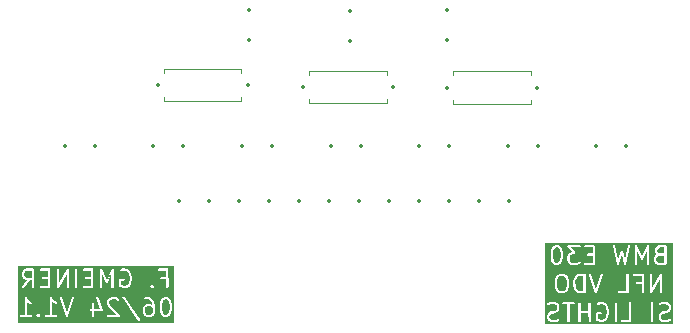
<source format=gbo>
%TF.GenerationSoftware,KiCad,Pcbnew,8.0.1*%
%TF.CreationDate,2024-06-24T19:19:19+02:00*%
%TF.ProjectId,BMW E30 NFL SI Indicator LED,424d5720-4533-4302-904e-464c20534920,rev?*%
%TF.SameCoordinates,Original*%
%TF.FileFunction,Legend,Bot*%
%TF.FilePolarity,Positive*%
%FSLAX46Y46*%
G04 Gerber Fmt 4.6, Leading zero omitted, Abs format (unit mm)*
G04 Created by KiCad (PCBNEW 8.0.1) date 2024-06-24 19:19:19*
%MOMM*%
%LPD*%
G01*
G04 APERTURE LIST*
%ADD10C,0.187500*%
%ADD11C,0.120000*%
%ADD12C,0.350000*%
G04 APERTURE END LIST*
D10*
G36*
X133964073Y-99320838D02*
G01*
X134015195Y-99370440D01*
X134072136Y-99481499D01*
X134073088Y-99793119D01*
X134019637Y-99902782D01*
X133970036Y-99953903D01*
X133860152Y-100010242D01*
X133618534Y-100011673D01*
X133509123Y-99958345D01*
X133458001Y-99908743D01*
X133401684Y-99798903D01*
X133400183Y-99485911D01*
X133453559Y-99376402D01*
X133503161Y-99325281D01*
X133613045Y-99268942D01*
X133854663Y-99267511D01*
X133964073Y-99320838D01*
G37*
G36*
X135321217Y-98749411D02*
G01*
X135372338Y-98799011D01*
X135432284Y-98915930D01*
X135500015Y-99180377D01*
X135501618Y-99514517D01*
X135437112Y-99779001D01*
X135376780Y-99902780D01*
X135327178Y-99953904D01*
X135217093Y-100010345D01*
X135118079Y-100011452D01*
X135009124Y-99958346D01*
X134958001Y-99908744D01*
X134898055Y-99791826D01*
X134830323Y-99527378D01*
X134828720Y-99193240D01*
X134893227Y-98928752D01*
X134953559Y-98804973D01*
X135003160Y-98753852D01*
X135113246Y-98697410D01*
X135212259Y-98696303D01*
X135321217Y-98749411D01*
G37*
G36*
X123857956Y-96881209D02*
G01*
X123600504Y-96881996D01*
X123595774Y-96880948D01*
X123589647Y-96882029D01*
X123404500Y-96882594D01*
X123294837Y-96829143D01*
X123243716Y-96779542D01*
X123187341Y-96669589D01*
X123186023Y-96499309D01*
X123239272Y-96390059D01*
X123288875Y-96338936D01*
X123398650Y-96282653D01*
X123857244Y-96281252D01*
X123857956Y-96881209D01*
G37*
G36*
X135854158Y-100721438D02*
G01*
X122620841Y-100721438D01*
X122620841Y-100122168D01*
X122787508Y-100122168D01*
X122801507Y-100155963D01*
X122827372Y-100181828D01*
X122861167Y-100195827D01*
X122879457Y-100197628D01*
X123754890Y-100195827D01*
X123788685Y-100181828D01*
X123814550Y-100155963D01*
X123828549Y-100122168D01*
X123828549Y-100085588D01*
X123814550Y-100051793D01*
X123813497Y-100050740D01*
X124216080Y-100050740D01*
X124217445Y-100054035D01*
X124230078Y-100084535D01*
X124230083Y-100084540D01*
X124241738Y-100098742D01*
X124327340Y-100181796D01*
X124327373Y-100181829D01*
X124351270Y-100191726D01*
X124361168Y-100195827D01*
X124361169Y-100195827D01*
X124397747Y-100195827D01*
X124397748Y-100195827D01*
X124407645Y-100191726D01*
X124431543Y-100181829D01*
X124445749Y-100170169D01*
X124492322Y-100122168D01*
X124930365Y-100122168D01*
X124944364Y-100155963D01*
X124970229Y-100181828D01*
X125004024Y-100195827D01*
X125022314Y-100197628D01*
X125897747Y-100195827D01*
X125931542Y-100181828D01*
X125957407Y-100155963D01*
X125971406Y-100122168D01*
X125971406Y-100085588D01*
X125957407Y-100051793D01*
X125931542Y-100025928D01*
X125897747Y-100011929D01*
X125879457Y-100010128D01*
X125544525Y-100010817D01*
X125543207Y-98899955D01*
X125670738Y-99025419D01*
X125679120Y-99035083D01*
X125683123Y-99037603D01*
X125684515Y-99038972D01*
X125686805Y-99039920D01*
X125694673Y-99044873D01*
X125854695Y-99122871D01*
X125891182Y-99125464D01*
X125925884Y-99113897D01*
X125953519Y-99089930D01*
X125969878Y-99057212D01*
X125972471Y-99020724D01*
X125960903Y-98986023D01*
X125936937Y-98958388D01*
X125921383Y-98948597D01*
X125795058Y-98887024D01*
X125670842Y-98764822D01*
X125569950Y-98615603D01*
X126215014Y-98615603D01*
X126219089Y-98633524D01*
X126717141Y-100122094D01*
X126717607Y-100128640D01*
X126722820Y-100139066D01*
X126726581Y-100150306D01*
X126730971Y-100155367D01*
X126733966Y-100161357D01*
X126742846Y-100169059D01*
X126750549Y-100177940D01*
X126756538Y-100180934D01*
X126761600Y-100185325D01*
X126772753Y-100189042D01*
X126783266Y-100194299D01*
X126789948Y-100194773D01*
X126796303Y-100196892D01*
X126808028Y-100196058D01*
X126819753Y-100196892D01*
X126826107Y-100194773D01*
X126832790Y-100194299D01*
X126843302Y-100189042D01*
X126854456Y-100185325D01*
X126859517Y-100180934D01*
X126865507Y-100177940D01*
X126873209Y-100169059D01*
X126882090Y-100161357D01*
X126885084Y-100155367D01*
X126889475Y-100150306D01*
X126896967Y-100133524D01*
X127066779Y-99622168D01*
X128716079Y-99622168D01*
X128730078Y-99655963D01*
X128755943Y-99681828D01*
X128789738Y-99695827D01*
X128808028Y-99697628D01*
X128929613Y-99697396D01*
X128930365Y-100122168D01*
X128944364Y-100155963D01*
X128970229Y-100181828D01*
X129004024Y-100195827D01*
X129040604Y-100195827D01*
X129074399Y-100181828D01*
X129100264Y-100155963D01*
X129114263Y-100122168D01*
X129116064Y-100103878D01*
X129115344Y-99697043D01*
X129733905Y-99695866D01*
X129748324Y-99696892D01*
X129751499Y-99695833D01*
X129754889Y-99695827D01*
X129768776Y-99690074D01*
X129783027Y-99685324D01*
X129785571Y-99683117D01*
X129788684Y-99681828D01*
X129799311Y-99671200D01*
X129810661Y-99661357D01*
X129812166Y-99658345D01*
X129814549Y-99655963D01*
X129820302Y-99642073D01*
X129827019Y-99628640D01*
X129827257Y-99625283D01*
X129828548Y-99622168D01*
X129828548Y-99607132D01*
X129829613Y-99592152D01*
X129828548Y-99587468D01*
X129828548Y-99585588D01*
X129827600Y-99583299D01*
X129825538Y-99574231D01*
X129596130Y-98889592D01*
X130214277Y-98889592D01*
X130215869Y-99032118D01*
X130215013Y-99044176D01*
X130216055Y-99048762D01*
X130216078Y-99050740D01*
X130217025Y-99053028D01*
X130219088Y-99062097D01*
X130287507Y-99262415D01*
X130287507Y-99265024D01*
X130292587Y-99277291D01*
X130298009Y-99293163D01*
X130300215Y-99295707D01*
X130301505Y-99298820D01*
X130313165Y-99313026D01*
X131012736Y-100010553D01*
X130289737Y-100011929D01*
X130255942Y-100025928D01*
X130230077Y-100051793D01*
X130216078Y-100085588D01*
X130216078Y-100122168D01*
X130230077Y-100155963D01*
X130255942Y-100181828D01*
X130289737Y-100195827D01*
X130308027Y-100197628D01*
X131254889Y-100195827D01*
X131274685Y-100187626D01*
X131288684Y-100181829D01*
X131314550Y-100155963D01*
X131320347Y-100141964D01*
X131328548Y-100122168D01*
X131328548Y-100085588D01*
X131320347Y-100065791D01*
X131314550Y-100051793D01*
X131302890Y-100037587D01*
X130462408Y-99199561D01*
X130401656Y-99021690D01*
X130400452Y-98913929D01*
X130453558Y-98804975D01*
X130503161Y-98753852D01*
X130613002Y-98697535D01*
X130925994Y-98696034D01*
X131035503Y-98749410D01*
X131113085Y-98824685D01*
X131146880Y-98838683D01*
X131183459Y-98838683D01*
X131217254Y-98824685D01*
X131243120Y-98798819D01*
X131257118Y-98765024D01*
X131257118Y-98728445D01*
X131243120Y-98694650D01*
X131231461Y-98680443D01*
X131158581Y-98609730D01*
X131151222Y-98601245D01*
X131147273Y-98598759D01*
X131145827Y-98597356D01*
X131143537Y-98596407D01*
X131135668Y-98591454D01*
X131014413Y-98532352D01*
X131499992Y-98532352D01*
X131507090Y-98568236D01*
X131515737Y-98584453D01*
X132813095Y-100527243D01*
X132843489Y-100547597D01*
X132879358Y-100554771D01*
X132915242Y-100547673D01*
X132945678Y-100527382D01*
X132966032Y-100496988D01*
X132973206Y-100461120D01*
X132966108Y-100425235D01*
X132957461Y-100409018D01*
X132324407Y-99461021D01*
X133214277Y-99461021D01*
X133215920Y-99803714D01*
X133215013Y-99806438D01*
X133216000Y-99820336D01*
X133216078Y-99836454D01*
X133217367Y-99839566D01*
X133217606Y-99842926D01*
X133224175Y-99860091D01*
X133296784Y-100001708D01*
X133301505Y-100013106D01*
X133304496Y-100016751D01*
X133305394Y-100018501D01*
X133307264Y-100020123D01*
X133313165Y-100027312D01*
X133386043Y-100098023D01*
X133393405Y-100106512D01*
X133397353Y-100108997D01*
X133398800Y-100110401D01*
X133401089Y-100111349D01*
X133408959Y-100116303D01*
X133540004Y-100180175D01*
X133541657Y-100181828D01*
X133553231Y-100186622D01*
X133568981Y-100194299D01*
X133572339Y-100194537D01*
X133575452Y-100195827D01*
X133593742Y-100197628D01*
X133865115Y-100196020D01*
X133867730Y-100196892D01*
X133881349Y-100195924D01*
X133897746Y-100195827D01*
X133900858Y-100194537D01*
X133904218Y-100194299D01*
X133921382Y-100187731D01*
X134062999Y-100115121D01*
X134074398Y-100110401D01*
X134078043Y-100107409D01*
X134079793Y-100106512D01*
X134081415Y-100104640D01*
X134088604Y-100098741D01*
X134159315Y-100025862D01*
X134167804Y-100018501D01*
X134170289Y-100014552D01*
X134171693Y-100013106D01*
X134172641Y-100010816D01*
X134177595Y-100002947D01*
X134241467Y-99871901D01*
X134243120Y-99870249D01*
X134247914Y-99858674D01*
X134255591Y-99842925D01*
X134255829Y-99839566D01*
X134257119Y-99836454D01*
X134258920Y-99818164D01*
X134257867Y-99473695D01*
X134258184Y-99472747D01*
X134257850Y-99468058D01*
X134257194Y-99253035D01*
X134258810Y-99242178D01*
X134257126Y-99230793D01*
X134257119Y-99228445D01*
X134256589Y-99227167D01*
X134256121Y-99223997D01*
X134243650Y-99175307D01*
X134642848Y-99175307D01*
X134644532Y-99526428D01*
X134642958Y-99537007D01*
X134644637Y-99548363D01*
X134644649Y-99550740D01*
X134645178Y-99552017D01*
X134645647Y-99555188D01*
X134716938Y-99833531D01*
X134717606Y-99842926D01*
X134722862Y-99856662D01*
X134723259Y-99858209D01*
X134723663Y-99858755D01*
X134724175Y-99860091D01*
X134796785Y-100001711D01*
X134801505Y-100013105D01*
X134804496Y-100016749D01*
X134805394Y-100018501D01*
X134807264Y-100020123D01*
X134813164Y-100027312D01*
X134886037Y-100098018D01*
X134893404Y-100106512D01*
X134897355Y-100108999D01*
X134898799Y-100110400D01*
X134901084Y-100111346D01*
X134908958Y-100116303D01*
X135040003Y-100180175D01*
X135041656Y-100181828D01*
X135053230Y-100186622D01*
X135068980Y-100194299D01*
X135072338Y-100194537D01*
X135075451Y-100195827D01*
X135093741Y-100197628D01*
X135222754Y-100196186D01*
X135224872Y-100196892D01*
X135237053Y-100196026D01*
X135254888Y-100195827D01*
X135258000Y-100194537D01*
X135261359Y-100194299D01*
X135278524Y-100187731D01*
X135420147Y-100115119D01*
X135431541Y-100110400D01*
X135435184Y-100107410D01*
X135436936Y-100106512D01*
X135438559Y-100104640D01*
X135445748Y-100098741D01*
X135516453Y-100025865D01*
X135524946Y-100018501D01*
X135527432Y-100014550D01*
X135528835Y-100013105D01*
X135529782Y-100010817D01*
X135534736Y-100002948D01*
X135601832Y-99865292D01*
X135607081Y-99858209D01*
X135612010Y-99844409D01*
X135612734Y-99842926D01*
X135612781Y-99842251D01*
X135613264Y-99840902D01*
X135681657Y-99560475D01*
X135685690Y-99550740D01*
X135686812Y-99539336D01*
X135687381Y-99537007D01*
X135687177Y-99535637D01*
X135687491Y-99532450D01*
X135685806Y-99181328D01*
X135687381Y-99170750D01*
X135685701Y-99159393D01*
X135685690Y-99157017D01*
X135685160Y-99155739D01*
X135684692Y-99152569D01*
X135613401Y-98874225D01*
X135612734Y-98864830D01*
X135607477Y-98851093D01*
X135607081Y-98849547D01*
X135606676Y-98849000D01*
X135606165Y-98847665D01*
X135533551Y-98706038D01*
X135528834Y-98694650D01*
X135525844Y-98691006D01*
X135524946Y-98689255D01*
X135523074Y-98687632D01*
X135517175Y-98680443D01*
X135444296Y-98609732D01*
X135436936Y-98601245D01*
X135432987Y-98598759D01*
X135431541Y-98597356D01*
X135429251Y-98596407D01*
X135421382Y-98591454D01*
X135290334Y-98527579D01*
X135288683Y-98525928D01*
X135277114Y-98521135D01*
X135261360Y-98513457D01*
X135258000Y-98513218D01*
X135254888Y-98511929D01*
X135236598Y-98510128D01*
X135107583Y-98511569D01*
X135105466Y-98510864D01*
X135093284Y-98511729D01*
X135075451Y-98511929D01*
X135072338Y-98513218D01*
X135068979Y-98513457D01*
X135051814Y-98520026D01*
X134910187Y-98592639D01*
X134898799Y-98597357D01*
X134895155Y-98600346D01*
X134893404Y-98601245D01*
X134891781Y-98603116D01*
X134884592Y-98609016D01*
X134813879Y-98681895D01*
X134805394Y-98689255D01*
X134802908Y-98693203D01*
X134801505Y-98694650D01*
X134800556Y-98696939D01*
X134795603Y-98704809D01*
X134728507Y-98842463D01*
X134723259Y-98849547D01*
X134718330Y-98863344D01*
X134717606Y-98864830D01*
X134717557Y-98865505D01*
X134717076Y-98866855D01*
X134648681Y-99147281D01*
X134644649Y-99157017D01*
X134643526Y-99168420D01*
X134642958Y-99170750D01*
X134643161Y-99172119D01*
X134642848Y-99175307D01*
X134243650Y-99175307D01*
X134183083Y-98938831D01*
X134180394Y-98925236D01*
X134178868Y-98922374D01*
X134178510Y-98920976D01*
X134177129Y-98919112D01*
X134171747Y-98909018D01*
X134032045Y-98702401D01*
X134028835Y-98694650D01*
X134017304Y-98680599D01*
X134017246Y-98680513D01*
X134017218Y-98680494D01*
X134017176Y-98680443D01*
X133944299Y-98609735D01*
X133936936Y-98601245D01*
X133932984Y-98598757D01*
X133931540Y-98597356D01*
X133929253Y-98596408D01*
X133921382Y-98591454D01*
X133790335Y-98527579D01*
X133788684Y-98525928D01*
X133777114Y-98521135D01*
X133761361Y-98513457D01*
X133758001Y-98513218D01*
X133754889Y-98511929D01*
X133736599Y-98510128D01*
X133432595Y-98511929D01*
X133398800Y-98525928D01*
X133372935Y-98551793D01*
X133358936Y-98585588D01*
X133358936Y-98622168D01*
X133372935Y-98655963D01*
X133398800Y-98681828D01*
X133432595Y-98695827D01*
X133450885Y-98697628D01*
X133711807Y-98696082D01*
X133821215Y-98749409D01*
X133874449Y-98801059D01*
X134005725Y-98995215D01*
X134046447Y-99154210D01*
X133933192Y-99099008D01*
X133931541Y-99097357D01*
X133919972Y-99092565D01*
X133904218Y-99084886D01*
X133900858Y-99084647D01*
X133897746Y-99083358D01*
X133879456Y-99081557D01*
X133608083Y-99083164D01*
X133605468Y-99082293D01*
X133591848Y-99083260D01*
X133575452Y-99083358D01*
X133572339Y-99084647D01*
X133568981Y-99084886D01*
X133551816Y-99091454D01*
X133410198Y-99164063D01*
X133398800Y-99168784D01*
X133395154Y-99171775D01*
X133393405Y-99172673D01*
X133391782Y-99174543D01*
X133384594Y-99180444D01*
X133313880Y-99253323D01*
X133305394Y-99260684D01*
X133302908Y-99264632D01*
X133301505Y-99266079D01*
X133300556Y-99268368D01*
X133295603Y-99276238D01*
X133231728Y-99407284D01*
X133230077Y-99408936D01*
X133225284Y-99420505D01*
X133217606Y-99436259D01*
X133217367Y-99439618D01*
X133216078Y-99442731D01*
X133214277Y-99461021D01*
X132324407Y-99461021D01*
X131660103Y-98466228D01*
X131629709Y-98445874D01*
X131593840Y-98438700D01*
X131557956Y-98445798D01*
X131527520Y-98466089D01*
X131507166Y-98496483D01*
X131499992Y-98532352D01*
X131014413Y-98532352D01*
X131004621Y-98527579D01*
X131002970Y-98525928D01*
X130991400Y-98521135D01*
X130975647Y-98513457D01*
X130972287Y-98513218D01*
X130969175Y-98511929D01*
X130950885Y-98510128D01*
X130608190Y-98511771D01*
X130605467Y-98510864D01*
X130591568Y-98511851D01*
X130575452Y-98511929D01*
X130572339Y-98513218D01*
X130568980Y-98513457D01*
X130551815Y-98520026D01*
X130410194Y-98592636D01*
X130398801Y-98597356D01*
X130395156Y-98600347D01*
X130393405Y-98601245D01*
X130391782Y-98603115D01*
X130384594Y-98609015D01*
X130313886Y-98681890D01*
X130305394Y-98689255D01*
X130302906Y-98693206D01*
X130301506Y-98694650D01*
X130300559Y-98696935D01*
X130295603Y-98704809D01*
X130231728Y-98835855D01*
X130230077Y-98837507D01*
X130225284Y-98849076D01*
X130217606Y-98864830D01*
X130217367Y-98868189D01*
X130216078Y-98871302D01*
X130214277Y-98889592D01*
X129596130Y-98889592D01*
X129460903Y-98486022D01*
X129436935Y-98458388D01*
X129404218Y-98442029D01*
X129367731Y-98439436D01*
X129333028Y-98451003D01*
X129305394Y-98474971D01*
X129289035Y-98507688D01*
X129286442Y-98544175D01*
X129290517Y-98562096D01*
X129608263Y-99510372D01*
X129115015Y-99511310D01*
X129114263Y-99085588D01*
X129100264Y-99051793D01*
X129074399Y-99025928D01*
X129040604Y-99011929D01*
X129004024Y-99011929D01*
X128970229Y-99025928D01*
X128944364Y-99051793D01*
X128930365Y-99085588D01*
X128928564Y-99103878D01*
X128929285Y-99511663D01*
X128789738Y-99511929D01*
X128755943Y-99525928D01*
X128730078Y-99551793D01*
X128716079Y-99585588D01*
X128716079Y-99622168D01*
X127066779Y-99622168D01*
X127401042Y-98615603D01*
X127398449Y-98579116D01*
X127382090Y-98546399D01*
X127354456Y-98522431D01*
X127319753Y-98510864D01*
X127283266Y-98513457D01*
X127250549Y-98529816D01*
X127226581Y-98557450D01*
X127219089Y-98574231D01*
X126808635Y-99810229D01*
X126389475Y-98557450D01*
X126365507Y-98529816D01*
X126332790Y-98513457D01*
X126296303Y-98510864D01*
X126261600Y-98522431D01*
X126233966Y-98546399D01*
X126217607Y-98579116D01*
X126215014Y-98615603D01*
X125569950Y-98615603D01*
X125532047Y-98559545D01*
X125528836Y-98551793D01*
X125522566Y-98545523D01*
X125517247Y-98537656D01*
X125509533Y-98532490D01*
X125502971Y-98525928D01*
X125494484Y-98522412D01*
X125486853Y-98517302D01*
X125477753Y-98515481D01*
X125469176Y-98511929D01*
X125459989Y-98511929D01*
X125450985Y-98510128D01*
X125441880Y-98511929D01*
X125432596Y-98511929D01*
X125424111Y-98515443D01*
X125415100Y-98517226D01*
X125407373Y-98522376D01*
X125398801Y-98525928D01*
X125392308Y-98532420D01*
X125384664Y-98537517D01*
X125379498Y-98545230D01*
X125372936Y-98551793D01*
X125369420Y-98560279D01*
X125364310Y-98567911D01*
X125362489Y-98577010D01*
X125358937Y-98585588D01*
X125357155Y-98603682D01*
X125357136Y-98603779D01*
X125357142Y-98603811D01*
X125357136Y-98603878D01*
X125358805Y-100011199D01*
X125004024Y-100011929D01*
X124970229Y-100025928D01*
X124944364Y-100051793D01*
X124930365Y-100085588D01*
X124930365Y-100122168D01*
X124492322Y-100122168D01*
X124528836Y-100084535D01*
X124542834Y-100050740D01*
X124542834Y-100035083D01*
X124542835Y-100014161D01*
X124528837Y-99980366D01*
X124517178Y-99966159D01*
X124431576Y-99883103D01*
X124431543Y-99883070D01*
X124400589Y-99870249D01*
X124397748Y-99869072D01*
X124361168Y-99869072D01*
X124358327Y-99870249D01*
X124327373Y-99883070D01*
X124313167Y-99894730D01*
X124230078Y-99980365D01*
X124216517Y-100013105D01*
X124216080Y-100014161D01*
X124216080Y-100050740D01*
X123813497Y-100050740D01*
X123788685Y-100025928D01*
X123754890Y-100011929D01*
X123736600Y-100010128D01*
X123401668Y-100010817D01*
X123400350Y-98899955D01*
X123527881Y-99025419D01*
X123536263Y-99035083D01*
X123540266Y-99037603D01*
X123541658Y-99038972D01*
X123543948Y-99039920D01*
X123551816Y-99044873D01*
X123711838Y-99122871D01*
X123748325Y-99125464D01*
X123783027Y-99113897D01*
X123810662Y-99089930D01*
X123827021Y-99057212D01*
X123829614Y-99020724D01*
X123818046Y-98986023D01*
X123794080Y-98958388D01*
X123778526Y-98948597D01*
X123652201Y-98887024D01*
X123527985Y-98764822D01*
X123389190Y-98559545D01*
X123385979Y-98551793D01*
X123379709Y-98545523D01*
X123374390Y-98537656D01*
X123366676Y-98532490D01*
X123360114Y-98525928D01*
X123351627Y-98522412D01*
X123343996Y-98517302D01*
X123334896Y-98515481D01*
X123326319Y-98511929D01*
X123317132Y-98511929D01*
X123308128Y-98510128D01*
X123299023Y-98511929D01*
X123289739Y-98511929D01*
X123281254Y-98515443D01*
X123272243Y-98517226D01*
X123264516Y-98522376D01*
X123255944Y-98525928D01*
X123249451Y-98532420D01*
X123241807Y-98537517D01*
X123236641Y-98545230D01*
X123230079Y-98551793D01*
X123226563Y-98560279D01*
X123221453Y-98567911D01*
X123219632Y-98577010D01*
X123216080Y-98585588D01*
X123214298Y-98603682D01*
X123214279Y-98603779D01*
X123214285Y-98603811D01*
X123214279Y-98603878D01*
X123215948Y-100011199D01*
X122861167Y-100011929D01*
X122827372Y-100025928D01*
X122801507Y-100051793D01*
X122787508Y-100085588D01*
X122787508Y-100122168D01*
X122620841Y-100122168D01*
X122620841Y-96474676D01*
X122999992Y-96474676D01*
X123001541Y-96674795D01*
X123000728Y-96677236D01*
X123001662Y-96690384D01*
X123001793Y-96707252D01*
X123003082Y-96710364D01*
X123003321Y-96713724D01*
X123009889Y-96730888D01*
X123082498Y-96872505D01*
X123087219Y-96883904D01*
X123090210Y-96887549D01*
X123091108Y-96889299D01*
X123092979Y-96890921D01*
X123098879Y-96898110D01*
X123171757Y-96968821D01*
X123179119Y-96977310D01*
X123183067Y-96979795D01*
X123184514Y-96981199D01*
X123186803Y-96982147D01*
X123194673Y-96987101D01*
X123325718Y-97050973D01*
X123327371Y-97052626D01*
X123338945Y-97057420D01*
X123354695Y-97065097D01*
X123358053Y-97065335D01*
X123361166Y-97066625D01*
X123379456Y-97068426D01*
X123414198Y-97068319D01*
X123007926Y-97651216D01*
X123000014Y-97686930D01*
X123006371Y-97722952D01*
X123026029Y-97753801D01*
X123055996Y-97774778D01*
X123091710Y-97782690D01*
X123127732Y-97776333D01*
X123158581Y-97756675D01*
X123170545Y-97742724D01*
X123641080Y-97067626D01*
X123858176Y-97066963D01*
X123858936Y-97707252D01*
X123872935Y-97741047D01*
X123898800Y-97766912D01*
X123932595Y-97780911D01*
X123969175Y-97780911D01*
X124002970Y-97766912D01*
X124028835Y-97741047D01*
X124042834Y-97707252D01*
X124501793Y-97707252D01*
X124515792Y-97741047D01*
X124541657Y-97766912D01*
X124575452Y-97780911D01*
X124593742Y-97782712D01*
X125326318Y-97780911D01*
X125360113Y-97766912D01*
X125385978Y-97741047D01*
X125399977Y-97707252D01*
X125399977Y-97707251D01*
X125401778Y-97688962D01*
X125399999Y-96188962D01*
X125928564Y-96188962D01*
X125930336Y-97683367D01*
X125928793Y-97695510D01*
X125930357Y-97701247D01*
X125930365Y-97707252D01*
X125935138Y-97718775D01*
X125938418Y-97730800D01*
X125942076Y-97735524D01*
X125944364Y-97741047D01*
X125953178Y-97749861D01*
X125960814Y-97759722D01*
X125966005Y-97762688D01*
X125970229Y-97766912D01*
X125981748Y-97771683D01*
X125992575Y-97777870D01*
X125998501Y-97778623D01*
X126004024Y-97780911D01*
X126016496Y-97780911D01*
X126028862Y-97782483D01*
X126034626Y-97780911D01*
X126040604Y-97780911D01*
X126052127Y-97776137D01*
X126064152Y-97772858D01*
X126068876Y-97769199D01*
X126074399Y-97766912D01*
X126083213Y-97758097D01*
X126093074Y-97750462D01*
X126098516Y-97742794D01*
X126100264Y-97741047D01*
X126100974Y-97739331D01*
X126103712Y-97735475D01*
X126786121Y-96538393D01*
X126787508Y-97707252D01*
X126801507Y-97741047D01*
X126827372Y-97766912D01*
X126861167Y-97780911D01*
X126897747Y-97780911D01*
X126931542Y-97766912D01*
X126957407Y-97741047D01*
X126971406Y-97707252D01*
X126973207Y-97688962D01*
X126971434Y-96194558D01*
X126972145Y-96188962D01*
X127499993Y-96188962D01*
X127501794Y-97707252D01*
X127515793Y-97741047D01*
X127541658Y-97766912D01*
X127575453Y-97780911D01*
X127612033Y-97780911D01*
X127645828Y-97766912D01*
X127671693Y-97741047D01*
X127685692Y-97707252D01*
X128144651Y-97707252D01*
X128158650Y-97741047D01*
X128184515Y-97766912D01*
X128218310Y-97780911D01*
X128236600Y-97782712D01*
X128969176Y-97780911D01*
X129002971Y-97766912D01*
X129028836Y-97741047D01*
X129042835Y-97707252D01*
X129042835Y-97707251D01*
X129044636Y-97688962D01*
X129042857Y-96188962D01*
X129571422Y-96188962D01*
X129573223Y-97707252D01*
X129587222Y-97741047D01*
X129613087Y-97766912D01*
X129646882Y-97780911D01*
X129683462Y-97780911D01*
X129717257Y-97766912D01*
X129743122Y-97741047D01*
X129757121Y-97707252D01*
X129758922Y-97688962D01*
X129757638Y-96607313D01*
X130080271Y-97295970D01*
X130085010Y-97309002D01*
X130087807Y-97312056D01*
X130089584Y-97315849D01*
X130100093Y-97325473D01*
X130109714Y-97335979D01*
X130113488Y-97337740D01*
X130116561Y-97340554D01*
X130129950Y-97345422D01*
X130142862Y-97351448D01*
X130147024Y-97351630D01*
X130150938Y-97353054D01*
X130165176Y-97352428D01*
X130179407Y-97353054D01*
X130183317Y-97351631D01*
X130187482Y-97351449D01*
X130200404Y-97345418D01*
X130213783Y-97340553D01*
X130216852Y-97337741D01*
X130220630Y-97335979D01*
X130230254Y-97325469D01*
X130240760Y-97315849D01*
X130243865Y-97310607D01*
X130245335Y-97309002D01*
X130246160Y-97306732D01*
X130250127Y-97300036D01*
X130571918Y-96607773D01*
X130573223Y-97707252D01*
X130587222Y-97741047D01*
X130613087Y-97766912D01*
X130646882Y-97780911D01*
X130683462Y-97780911D01*
X130717257Y-97766912D01*
X130743122Y-97741047D01*
X130757121Y-97707252D01*
X130758922Y-97688962D01*
X130758159Y-97046105D01*
X131214279Y-97046105D01*
X131216080Y-97564394D01*
X131230078Y-97598189D01*
X131241737Y-97612396D01*
X131304567Y-97673357D01*
X131305395Y-97675013D01*
X131313676Y-97682195D01*
X131327372Y-97695484D01*
X131330482Y-97696772D01*
X131333029Y-97698981D01*
X131349811Y-97706473D01*
X131563445Y-97775937D01*
X131575453Y-97780911D01*
X131580171Y-97781375D01*
X131582018Y-97781976D01*
X131584486Y-97781800D01*
X131593743Y-97782712D01*
X131736267Y-97781119D01*
X131748325Y-97781976D01*
X131752911Y-97780933D01*
X131754890Y-97780911D01*
X131757179Y-97779962D01*
X131766246Y-97777901D01*
X131966565Y-97709483D01*
X131969176Y-97709483D01*
X131981447Y-97704400D01*
X131997314Y-97698981D01*
X131999858Y-97696774D01*
X132002971Y-97695485D01*
X132017177Y-97683825D01*
X132064399Y-97635824D01*
X133858937Y-97635824D01*
X133859861Y-97638054D01*
X133872935Y-97669619D01*
X133872940Y-97669624D01*
X133884595Y-97683826D01*
X133970197Y-97766880D01*
X133970230Y-97766913D01*
X133989219Y-97774778D01*
X134004025Y-97780911D01*
X134004026Y-97780911D01*
X134040604Y-97780911D01*
X134040605Y-97780911D01*
X134055411Y-97774778D01*
X134074400Y-97766913D01*
X134088606Y-97755253D01*
X134171693Y-97669619D01*
X134185691Y-97635824D01*
X134185691Y-97622670D01*
X134185692Y-97599245D01*
X134171694Y-97565450D01*
X134160035Y-97551243D01*
X134074433Y-97468187D01*
X134074400Y-97468154D01*
X134045988Y-97456386D01*
X134040605Y-97454156D01*
X134004025Y-97454156D01*
X133998642Y-97456386D01*
X133970230Y-97468154D01*
X133956024Y-97479814D01*
X133872935Y-97565449D01*
X133859374Y-97598189D01*
X133858937Y-97599245D01*
X133858937Y-97635824D01*
X132064399Y-97635824D01*
X132158141Y-97540536D01*
X132167805Y-97532156D01*
X132170325Y-97528152D01*
X132171694Y-97526761D01*
X132172642Y-97524470D01*
X132177595Y-97516603D01*
X132244691Y-97378947D01*
X132249940Y-97371864D01*
X132254869Y-97358064D01*
X132255593Y-97356581D01*
X132255640Y-97355906D01*
X132256123Y-97354557D01*
X132324516Y-97074130D01*
X132328549Y-97064395D01*
X132329671Y-97052991D01*
X132330240Y-97050662D01*
X132330036Y-97049292D01*
X132330350Y-97046105D01*
X132328733Y-96837382D01*
X132330240Y-96827262D01*
X132328567Y-96815955D01*
X132328549Y-96813529D01*
X132328019Y-96812251D01*
X132327551Y-96809081D01*
X132256260Y-96530738D01*
X132255593Y-96521343D01*
X132250336Y-96507606D01*
X132249940Y-96506060D01*
X132249535Y-96505513D01*
X132249024Y-96504178D01*
X132176413Y-96362558D01*
X132171694Y-96351163D01*
X132168702Y-96347517D01*
X132167805Y-96345768D01*
X132165934Y-96344145D01*
X132160034Y-96336957D01*
X132028192Y-96207252D01*
X134501794Y-96207252D01*
X134515793Y-96241047D01*
X134541658Y-96266912D01*
X134575453Y-96280911D01*
X134593743Y-96282712D01*
X135214388Y-96281186D01*
X135215015Y-96809821D01*
X134789739Y-96811299D01*
X134755944Y-96825298D01*
X134730079Y-96851163D01*
X134716080Y-96884958D01*
X134716080Y-96921538D01*
X134730079Y-96955333D01*
X134755944Y-96981198D01*
X134789739Y-96995197D01*
X134808029Y-96996998D01*
X135215235Y-96995583D01*
X135216080Y-97707252D01*
X135230079Y-97741047D01*
X135255944Y-97766912D01*
X135289739Y-97780911D01*
X135326319Y-97780911D01*
X135360114Y-97766912D01*
X135385979Y-97741047D01*
X135399978Y-97707252D01*
X135401779Y-97688962D01*
X135399978Y-96170672D01*
X135385979Y-96136877D01*
X135360114Y-96111012D01*
X135326319Y-96097013D01*
X135308029Y-96095212D01*
X134575453Y-96097013D01*
X134541658Y-96111012D01*
X134515793Y-96136877D01*
X134501794Y-96170672D01*
X134501794Y-96207252D01*
X132028192Y-96207252D01*
X132026078Y-96205172D01*
X132024948Y-96202912D01*
X132015083Y-96194356D01*
X132002971Y-96182440D01*
X131999858Y-96181150D01*
X131997314Y-96178944D01*
X131980532Y-96171452D01*
X131766895Y-96101985D01*
X131754890Y-96097013D01*
X131750172Y-96096548D01*
X131748326Y-96095948D01*
X131745856Y-96096123D01*
X131736600Y-96095212D01*
X131536481Y-96096761D01*
X131534041Y-96095948D01*
X131520892Y-96096882D01*
X131504025Y-96097013D01*
X131500912Y-96098302D01*
X131497553Y-96098541D01*
X131480389Y-96105109D01*
X131321977Y-96186329D01*
X131298010Y-96213964D01*
X131286443Y-96248665D01*
X131289036Y-96285153D01*
X131305395Y-96317871D01*
X131333030Y-96341838D01*
X131367731Y-96353405D01*
X131404219Y-96350812D01*
X131421383Y-96344244D01*
X131541687Y-96282561D01*
X131717110Y-96281203D01*
X131898230Y-96340096D01*
X132014827Y-96454803D01*
X132075143Y-96572442D01*
X132142889Y-96836950D01*
X132144373Y-97028596D01*
X132079971Y-97292656D01*
X132019746Y-97416216D01*
X131903094Y-97534792D01*
X131725841Y-97595332D01*
X131612846Y-97596595D01*
X131431828Y-97537736D01*
X131401648Y-97508453D01*
X131400365Y-97139307D01*
X131612033Y-97138054D01*
X131645828Y-97124055D01*
X131671693Y-97098190D01*
X131685692Y-97064395D01*
X131685692Y-97027815D01*
X131671693Y-96994020D01*
X131645828Y-96968155D01*
X131612033Y-96954156D01*
X131593743Y-96952355D01*
X131289739Y-96954156D01*
X131255944Y-96968155D01*
X131230079Y-96994020D01*
X131216080Y-97027815D01*
X131214279Y-97046105D01*
X130758159Y-97046105D01*
X130757144Y-96190440D01*
X130757835Y-96174727D01*
X130757123Y-96172770D01*
X130757121Y-96170672D01*
X130750896Y-96155644D01*
X130745335Y-96140351D01*
X130743921Y-96138807D01*
X130743122Y-96136877D01*
X130731623Y-96125378D01*
X130720630Y-96113374D01*
X130718734Y-96112489D01*
X130717257Y-96111012D01*
X130702239Y-96104791D01*
X130687482Y-96097904D01*
X130685391Y-96097812D01*
X130683462Y-96097013D01*
X130667195Y-96097013D01*
X130650938Y-96096299D01*
X130648974Y-96097013D01*
X130646882Y-96097013D01*
X130631851Y-96103239D01*
X130616561Y-96108799D01*
X130615017Y-96110212D01*
X130613087Y-96111012D01*
X130601588Y-96122510D01*
X130589584Y-96133504D01*
X130588114Y-96135984D01*
X130587222Y-96136877D01*
X130586376Y-96138919D01*
X130580217Y-96149316D01*
X130165821Y-97040795D01*
X129749089Y-96151284D01*
X129743122Y-96136877D01*
X129741651Y-96135406D01*
X129740760Y-96133504D01*
X129728760Y-96122515D01*
X129717257Y-96111012D01*
X129715324Y-96110211D01*
X129713783Y-96108800D01*
X129698500Y-96103242D01*
X129683462Y-96097013D01*
X129681370Y-96097013D01*
X129679407Y-96096299D01*
X129663160Y-96097013D01*
X129646882Y-96097013D01*
X129644950Y-96097813D01*
X129642862Y-96097905D01*
X129628114Y-96104786D01*
X129613087Y-96111012D01*
X129611609Y-96112489D01*
X129609714Y-96113374D01*
X129598725Y-96125373D01*
X129587222Y-96136877D01*
X129586421Y-96138809D01*
X129585010Y-96140351D01*
X129579452Y-96155633D01*
X129573223Y-96170672D01*
X129572940Y-96173540D01*
X129572509Y-96174727D01*
X129572606Y-96176936D01*
X129571422Y-96188962D01*
X129042857Y-96188962D01*
X129042835Y-96170672D01*
X129028836Y-96136877D01*
X129002971Y-96111012D01*
X128969176Y-96097013D01*
X128950886Y-96095212D01*
X128218310Y-96097013D01*
X128184515Y-96111012D01*
X128158650Y-96136877D01*
X128144651Y-96170672D01*
X128144651Y-96207252D01*
X128158650Y-96241047D01*
X128184515Y-96266912D01*
X128218310Y-96280911D01*
X128236600Y-96282712D01*
X128857245Y-96281186D01*
X128857872Y-96809821D01*
X128432596Y-96811299D01*
X128398801Y-96825298D01*
X128372936Y-96851163D01*
X128358937Y-96884958D01*
X128358937Y-96921538D01*
X128372936Y-96955333D01*
X128398801Y-96981198D01*
X128432596Y-96995197D01*
X128450886Y-96996998D01*
X128858092Y-96995583D01*
X128858804Y-97595438D01*
X128218310Y-97597013D01*
X128184515Y-97611012D01*
X128158650Y-97636877D01*
X128144651Y-97670672D01*
X128144651Y-97707252D01*
X127685692Y-97707252D01*
X127687493Y-97688962D01*
X127685692Y-96170672D01*
X127671693Y-96136877D01*
X127645828Y-96111012D01*
X127612033Y-96097013D01*
X127575453Y-96097013D01*
X127541658Y-96111012D01*
X127515793Y-96136877D01*
X127501794Y-96170672D01*
X127499993Y-96188962D01*
X126972145Y-96188962D01*
X126972978Y-96182413D01*
X126971413Y-96176674D01*
X126971406Y-96170672D01*
X126966634Y-96159153D01*
X126963354Y-96147124D01*
X126959693Y-96142397D01*
X126957407Y-96136877D01*
X126948594Y-96128064D01*
X126940957Y-96118202D01*
X126935765Y-96115235D01*
X126931542Y-96111012D01*
X126920027Y-96106242D01*
X126909196Y-96100053D01*
X126903266Y-96099299D01*
X126897747Y-96097013D01*
X126885277Y-96097013D01*
X126872909Y-96095441D01*
X126867145Y-96097013D01*
X126861167Y-96097013D01*
X126849647Y-96101784D01*
X126837619Y-96105065D01*
X126832892Y-96108725D01*
X126827372Y-96111012D01*
X126818559Y-96119824D01*
X126808697Y-96127462D01*
X126803254Y-96135129D01*
X126801507Y-96136877D01*
X126800796Y-96138592D01*
X126798059Y-96142449D01*
X126115649Y-97339531D01*
X126114263Y-96170672D01*
X126100264Y-96136877D01*
X126074399Y-96111012D01*
X126040604Y-96097013D01*
X126004024Y-96097013D01*
X125970229Y-96111012D01*
X125944364Y-96136877D01*
X125930365Y-96170672D01*
X125928564Y-96188962D01*
X125399999Y-96188962D01*
X125399977Y-96170672D01*
X125385978Y-96136877D01*
X125360113Y-96111012D01*
X125326318Y-96097013D01*
X125308028Y-96095212D01*
X124575452Y-96097013D01*
X124541657Y-96111012D01*
X124515792Y-96136877D01*
X124501793Y-96170672D01*
X124501793Y-96207252D01*
X124515792Y-96241047D01*
X124541657Y-96266912D01*
X124575452Y-96280911D01*
X124593742Y-96282712D01*
X125214387Y-96281186D01*
X125215014Y-96809821D01*
X124789738Y-96811299D01*
X124755943Y-96825298D01*
X124730078Y-96851163D01*
X124716079Y-96884958D01*
X124716079Y-96921538D01*
X124730078Y-96955333D01*
X124755943Y-96981198D01*
X124789738Y-96995197D01*
X124808028Y-96996998D01*
X125215234Y-96995583D01*
X125215946Y-97595438D01*
X124575452Y-97597013D01*
X124541657Y-97611012D01*
X124515792Y-97636877D01*
X124501793Y-97670672D01*
X124501793Y-97707252D01*
X124042834Y-97707252D01*
X124044635Y-97688962D01*
X124042834Y-96170672D01*
X124028835Y-96136877D01*
X124002970Y-96111012D01*
X123969175Y-96097013D01*
X123950885Y-96095212D01*
X123394074Y-96096912D01*
X123391181Y-96095948D01*
X123376869Y-96096965D01*
X123361166Y-96097013D01*
X123358053Y-96098302D01*
X123354694Y-96098541D01*
X123337529Y-96105110D01*
X123195908Y-96177720D01*
X123184515Y-96182440D01*
X123180870Y-96185431D01*
X123179119Y-96186329D01*
X123177496Y-96188199D01*
X123170308Y-96194099D01*
X123099603Y-96266970D01*
X123091108Y-96274339D01*
X123088620Y-96278290D01*
X123087220Y-96279734D01*
X123086273Y-96282019D01*
X123081317Y-96289893D01*
X123017443Y-96420939D01*
X123015792Y-96422591D01*
X123011000Y-96434159D01*
X123003321Y-96449914D01*
X123003082Y-96453273D01*
X123001793Y-96456386D01*
X122999992Y-96474676D01*
X122620841Y-96474676D01*
X122620841Y-95928545D01*
X135854158Y-95928545D01*
X135854158Y-100721438D01*
G37*
G36*
X168923256Y-96766188D02*
G01*
X169039432Y-96880481D01*
X169102266Y-97125806D01*
X169103923Y-97602635D01*
X169041935Y-97856797D01*
X168930157Y-97970418D01*
X168819553Y-98027126D01*
X168577934Y-98028557D01*
X168468742Y-97975336D01*
X168352566Y-97861042D01*
X168289731Y-97615717D01*
X168288074Y-97138889D01*
X168350063Y-96884724D01*
X168461840Y-96771106D01*
X168572445Y-96714397D01*
X168814063Y-96712966D01*
X168923256Y-96766188D01*
G37*
G36*
X170532489Y-98027453D02*
G01*
X170287254Y-98028630D01*
X170105797Y-97969628D01*
X169989200Y-97854920D01*
X169928884Y-97737281D01*
X169861138Y-97472773D01*
X169859654Y-97281128D01*
X169924056Y-97017065D01*
X169984281Y-96893506D01*
X170100933Y-96774932D01*
X170277983Y-96714461D01*
X170530930Y-96713247D01*
X170532489Y-98027453D01*
G37*
G36*
X168423475Y-94351379D02*
G01*
X168474596Y-94400979D01*
X168534542Y-94517898D01*
X168602273Y-94782345D01*
X168603876Y-95116485D01*
X168539370Y-95380969D01*
X168479038Y-95504748D01*
X168429436Y-95555872D01*
X168319351Y-95612313D01*
X168220337Y-95613420D01*
X168111382Y-95560314D01*
X168060259Y-95510712D01*
X168000313Y-95393794D01*
X167932581Y-95129346D01*
X167930978Y-94795208D01*
X167995485Y-94530720D01*
X168055817Y-94406941D01*
X168105418Y-94355820D01*
X168215504Y-94299378D01*
X168314517Y-94298271D01*
X168423475Y-94351379D01*
G37*
G36*
X177389632Y-95612377D02*
G01*
X176935329Y-95613764D01*
X176825666Y-95560313D01*
X176774545Y-95510712D01*
X176718170Y-95400759D01*
X176716852Y-95230479D01*
X176770102Y-95121228D01*
X176815839Y-95074089D01*
X176992227Y-95013845D01*
X177388920Y-95012467D01*
X177389632Y-95612377D01*
G37*
G36*
X177388700Y-94826705D02*
G01*
X177006721Y-94828032D01*
X176897097Y-94774599D01*
X176845973Y-94724997D01*
X176789531Y-94614912D01*
X176788424Y-94515897D01*
X176841530Y-94406943D01*
X176891133Y-94355820D01*
X177000924Y-94299529D01*
X177388073Y-94298183D01*
X177388700Y-94826705D01*
G37*
G36*
X178099273Y-100796095D02*
G01*
X167292724Y-100796095D01*
X167292724Y-100107107D01*
X167459391Y-100107107D01*
X167460832Y-100236120D01*
X167460127Y-100238238D01*
X167460992Y-100250419D01*
X167461192Y-100268254D01*
X167462481Y-100271366D01*
X167462720Y-100274726D01*
X167469289Y-100291891D01*
X167541898Y-100433508D01*
X167546619Y-100444906D01*
X167549610Y-100448551D01*
X167550508Y-100450301D01*
X167552378Y-100451923D01*
X167558279Y-100459112D01*
X167631157Y-100529823D01*
X167638519Y-100538312D01*
X167642467Y-100540797D01*
X167643914Y-100542201D01*
X167646203Y-100543149D01*
X167654073Y-100548103D01*
X167785118Y-100611975D01*
X167786771Y-100613628D01*
X167798345Y-100618422D01*
X167814095Y-100626099D01*
X167817453Y-100626337D01*
X167820566Y-100627627D01*
X167838856Y-100629428D01*
X168194100Y-100627723D01*
X168207724Y-100628692D01*
X168212367Y-100627636D01*
X168214289Y-100627627D01*
X168216578Y-100626678D01*
X168225645Y-100624617D01*
X168456712Y-100545697D01*
X168484346Y-100521729D01*
X168500704Y-100489012D01*
X168503298Y-100452525D01*
X168491731Y-100417822D01*
X168467763Y-100390188D01*
X168435046Y-100373829D01*
X168398559Y-100371236D01*
X168380638Y-100375311D01*
X168185444Y-100441978D01*
X167863746Y-100443521D01*
X167754237Y-100390145D01*
X167703115Y-100340543D01*
X167646673Y-100230458D01*
X167645566Y-100131444D01*
X167698673Y-100022488D01*
X167748276Y-99971366D01*
X167865193Y-99911420D01*
X168139936Y-99841052D01*
X168149332Y-99840385D01*
X168163068Y-99835128D01*
X168164615Y-99834732D01*
X168165161Y-99834327D01*
X168166497Y-99833816D01*
X168308117Y-99761205D01*
X168319511Y-99756486D01*
X168323155Y-99753494D01*
X168324907Y-99752597D01*
X168326529Y-99750726D01*
X168333718Y-99744827D01*
X168404424Y-99671953D01*
X168412918Y-99664587D01*
X168415405Y-99660635D01*
X168416806Y-99659192D01*
X168417752Y-99656906D01*
X168422709Y-99649033D01*
X168486581Y-99517987D01*
X168488234Y-99516335D01*
X168493028Y-99504760D01*
X168500705Y-99489011D01*
X168500943Y-99485652D01*
X168502233Y-99482540D01*
X168504034Y-99464250D01*
X168502592Y-99335235D01*
X168503298Y-99333118D01*
X168502432Y-99320936D01*
X168502233Y-99303102D01*
X168500943Y-99299989D01*
X168500705Y-99296631D01*
X168494137Y-99279466D01*
X168421523Y-99137839D01*
X168416806Y-99126450D01*
X168413816Y-99122806D01*
X168412918Y-99121055D01*
X168411046Y-99119432D01*
X168405147Y-99112243D01*
X168345084Y-99053968D01*
X168746907Y-99053968D01*
X168760906Y-99087763D01*
X168786771Y-99113628D01*
X168820566Y-99127627D01*
X168838856Y-99129428D01*
X169173787Y-99128738D01*
X169175478Y-100553968D01*
X169189477Y-100587763D01*
X169215342Y-100613628D01*
X169249137Y-100627627D01*
X169285717Y-100627627D01*
X169319512Y-100613628D01*
X169345377Y-100587763D01*
X169359376Y-100553968D01*
X169361177Y-100535678D01*
X169359507Y-99128356D01*
X169714288Y-99127627D01*
X169748083Y-99113628D01*
X169773948Y-99087763D01*
X169787947Y-99053968D01*
X169787947Y-99035678D01*
X170102249Y-99035678D01*
X170104050Y-100553968D01*
X170118049Y-100587763D01*
X170143914Y-100613628D01*
X170177709Y-100627627D01*
X170214289Y-100627627D01*
X170248084Y-100613628D01*
X170273949Y-100587763D01*
X170287948Y-100553968D01*
X170289749Y-100535678D01*
X170288927Y-99843522D01*
X170960348Y-99842141D01*
X170961193Y-100553968D01*
X170975192Y-100587763D01*
X171001057Y-100613628D01*
X171034852Y-100627627D01*
X171071432Y-100627627D01*
X171105227Y-100613628D01*
X171131092Y-100587763D01*
X171145091Y-100553968D01*
X171146892Y-100535678D01*
X171146129Y-99892821D01*
X171602249Y-99892821D01*
X171604050Y-100411110D01*
X171618048Y-100444905D01*
X171629707Y-100459112D01*
X171692537Y-100520073D01*
X171693365Y-100521729D01*
X171701646Y-100528911D01*
X171715342Y-100542200D01*
X171718452Y-100543488D01*
X171720999Y-100545697D01*
X171737781Y-100553189D01*
X171951415Y-100622653D01*
X171963423Y-100627627D01*
X171968141Y-100628091D01*
X171969988Y-100628692D01*
X171972456Y-100628516D01*
X171981713Y-100629428D01*
X172124237Y-100627835D01*
X172136295Y-100628692D01*
X172140881Y-100627649D01*
X172142860Y-100627627D01*
X172145149Y-100626678D01*
X172154216Y-100624617D01*
X172354535Y-100556199D01*
X172357146Y-100556199D01*
X172369417Y-100551116D01*
X172385284Y-100545697D01*
X172387828Y-100543490D01*
X172390941Y-100542201D01*
X172405147Y-100530541D01*
X172546111Y-100387252D01*
X172555775Y-100378872D01*
X172558295Y-100374868D01*
X172559664Y-100373477D01*
X172560612Y-100371186D01*
X172565565Y-100363319D01*
X172632661Y-100225663D01*
X172637910Y-100218580D01*
X172642839Y-100204780D01*
X172643563Y-100203297D01*
X172643610Y-100202622D01*
X172644093Y-100201273D01*
X172712486Y-99920846D01*
X172716519Y-99911111D01*
X172717641Y-99899707D01*
X172718210Y-99897378D01*
X172718006Y-99896008D01*
X172718320Y-99892821D01*
X172716703Y-99684098D01*
X172718210Y-99673978D01*
X172716537Y-99662671D01*
X172716519Y-99660245D01*
X172715989Y-99658967D01*
X172715521Y-99655797D01*
X172644230Y-99377454D01*
X172643563Y-99368059D01*
X172638306Y-99354322D01*
X172637910Y-99352776D01*
X172637505Y-99352229D01*
X172636994Y-99350894D01*
X172564383Y-99209274D01*
X172559664Y-99197879D01*
X172556672Y-99194233D01*
X172555775Y-99192484D01*
X172553904Y-99190861D01*
X172548004Y-99183673D01*
X172414048Y-99051888D01*
X172412918Y-99049628D01*
X172403053Y-99041072D01*
X172397570Y-99035678D01*
X173173678Y-99035678D01*
X173175479Y-100553968D01*
X173189478Y-100587763D01*
X173215343Y-100613628D01*
X173249138Y-100627627D01*
X173285718Y-100627627D01*
X173319513Y-100613628D01*
X173345378Y-100587763D01*
X173359377Y-100553968D01*
X173675479Y-100553968D01*
X173689478Y-100587763D01*
X173715343Y-100613628D01*
X173749138Y-100627627D01*
X173767428Y-100629428D01*
X174500004Y-100627627D01*
X174533799Y-100613628D01*
X174559664Y-100587763D01*
X174573663Y-100553968D01*
X174575464Y-100535678D01*
X174573685Y-99035678D01*
X176245107Y-99035678D01*
X176246908Y-100553968D01*
X176260907Y-100587763D01*
X176286772Y-100613628D01*
X176320567Y-100627627D01*
X176357147Y-100627627D01*
X176390942Y-100613628D01*
X176416807Y-100587763D01*
X176430806Y-100553968D01*
X176432607Y-100535678D01*
X176432099Y-100107107D01*
X176887963Y-100107107D01*
X176889404Y-100236120D01*
X176888699Y-100238238D01*
X176889564Y-100250419D01*
X176889764Y-100268254D01*
X176891053Y-100271366D01*
X176891292Y-100274726D01*
X176897861Y-100291891D01*
X176970470Y-100433508D01*
X176975191Y-100444906D01*
X176978182Y-100448551D01*
X176979080Y-100450301D01*
X176980950Y-100451923D01*
X176986851Y-100459112D01*
X177059729Y-100529823D01*
X177067091Y-100538312D01*
X177071039Y-100540797D01*
X177072486Y-100542201D01*
X177074775Y-100543149D01*
X177082645Y-100548103D01*
X177213690Y-100611975D01*
X177215343Y-100613628D01*
X177226917Y-100618422D01*
X177242667Y-100626099D01*
X177246025Y-100626337D01*
X177249138Y-100627627D01*
X177267428Y-100629428D01*
X177622672Y-100627723D01*
X177636296Y-100628692D01*
X177640939Y-100627636D01*
X177642861Y-100627627D01*
X177645150Y-100626678D01*
X177654217Y-100624617D01*
X177885284Y-100545697D01*
X177912918Y-100521729D01*
X177929276Y-100489012D01*
X177931870Y-100452525D01*
X177920303Y-100417822D01*
X177896335Y-100390188D01*
X177863618Y-100373829D01*
X177827131Y-100371236D01*
X177809210Y-100375311D01*
X177614016Y-100441978D01*
X177292318Y-100443521D01*
X177182809Y-100390145D01*
X177131687Y-100340543D01*
X177075245Y-100230458D01*
X177074138Y-100131444D01*
X177127245Y-100022488D01*
X177176848Y-99971366D01*
X177293765Y-99911420D01*
X177568508Y-99841052D01*
X177577904Y-99840385D01*
X177591640Y-99835128D01*
X177593187Y-99834732D01*
X177593733Y-99834327D01*
X177595069Y-99833816D01*
X177736689Y-99761205D01*
X177748083Y-99756486D01*
X177751727Y-99753494D01*
X177753479Y-99752597D01*
X177755101Y-99750726D01*
X177762290Y-99744827D01*
X177832996Y-99671953D01*
X177841490Y-99664587D01*
X177843977Y-99660635D01*
X177845378Y-99659192D01*
X177846324Y-99656906D01*
X177851281Y-99649033D01*
X177915153Y-99517987D01*
X177916806Y-99516335D01*
X177921600Y-99504760D01*
X177929277Y-99489011D01*
X177929515Y-99485652D01*
X177930805Y-99482540D01*
X177932606Y-99464250D01*
X177931164Y-99335235D01*
X177931870Y-99333118D01*
X177931004Y-99320936D01*
X177930805Y-99303102D01*
X177929515Y-99299989D01*
X177929277Y-99296631D01*
X177922709Y-99279466D01*
X177850095Y-99137839D01*
X177845378Y-99126450D01*
X177842388Y-99122806D01*
X177841490Y-99121055D01*
X177839618Y-99119432D01*
X177833719Y-99112243D01*
X177760842Y-99041535D01*
X177753479Y-99033045D01*
X177749527Y-99030557D01*
X177748083Y-99029156D01*
X177745796Y-99028208D01*
X177737925Y-99023254D01*
X177606878Y-98959379D01*
X177605227Y-98957728D01*
X177593657Y-98952935D01*
X177577904Y-98945257D01*
X177574544Y-98945018D01*
X177571432Y-98943729D01*
X177553142Y-98941928D01*
X177197896Y-98943632D01*
X177184273Y-98942664D01*
X177179629Y-98943719D01*
X177177709Y-98943729D01*
X177175420Y-98944676D01*
X177166352Y-98946739D01*
X176935285Y-99025660D01*
X176907651Y-99049628D01*
X176891292Y-99082345D01*
X176888699Y-99118833D01*
X176900266Y-99153535D01*
X176924234Y-99181169D01*
X176956951Y-99197528D01*
X176993439Y-99200121D01*
X177011359Y-99196046D01*
X177206554Y-99129377D01*
X177528251Y-99127834D01*
X177637758Y-99181209D01*
X177688881Y-99230811D01*
X177745323Y-99340897D01*
X177746430Y-99439911D01*
X177693324Y-99548866D01*
X177643722Y-99599989D01*
X177526804Y-99659935D01*
X177252061Y-99730303D01*
X177242666Y-99730971D01*
X177228929Y-99736227D01*
X177227383Y-99736624D01*
X177226836Y-99737028D01*
X177225501Y-99737540D01*
X177083883Y-99810149D01*
X177072486Y-99814870D01*
X177068840Y-99817861D01*
X177067091Y-99818759D01*
X177065468Y-99820629D01*
X177058280Y-99826530D01*
X176987566Y-99899409D01*
X176979080Y-99906770D01*
X176976594Y-99910718D01*
X176975191Y-99912165D01*
X176974242Y-99914454D01*
X176969289Y-99922324D01*
X176905414Y-100053370D01*
X176903763Y-100055022D01*
X176898970Y-100066591D01*
X176891292Y-100082345D01*
X176891053Y-100085704D01*
X176889764Y-100088817D01*
X176887963Y-100107107D01*
X176432099Y-100107107D01*
X176430806Y-99017388D01*
X176416807Y-98983593D01*
X176390942Y-98957728D01*
X176357147Y-98943729D01*
X176320567Y-98943729D01*
X176286772Y-98957728D01*
X176260907Y-98983593D01*
X176246908Y-99017388D01*
X176245107Y-99035678D01*
X174573685Y-99035678D01*
X174573663Y-99017388D01*
X174559664Y-98983593D01*
X174533799Y-98957728D01*
X174500004Y-98943729D01*
X174463424Y-98943729D01*
X174429629Y-98957728D01*
X174403764Y-98983593D01*
X174389765Y-99017388D01*
X174387964Y-99035678D01*
X174389632Y-100442154D01*
X173749138Y-100443729D01*
X173715343Y-100457728D01*
X173689478Y-100483593D01*
X173675479Y-100517388D01*
X173675479Y-100553968D01*
X173359377Y-100553968D01*
X173361178Y-100535678D01*
X173359377Y-99017388D01*
X173345378Y-98983593D01*
X173319513Y-98957728D01*
X173285718Y-98943729D01*
X173249138Y-98943729D01*
X173215343Y-98957728D01*
X173189478Y-98983593D01*
X173175479Y-99017388D01*
X173173678Y-99035678D01*
X172397570Y-99035678D01*
X172390941Y-99029156D01*
X172387828Y-99027866D01*
X172385284Y-99025660D01*
X172368502Y-99018168D01*
X172154865Y-98948701D01*
X172142860Y-98943729D01*
X172138142Y-98943264D01*
X172136296Y-98942664D01*
X172133826Y-98942839D01*
X172124570Y-98941928D01*
X171924451Y-98943477D01*
X171922011Y-98942664D01*
X171908862Y-98943598D01*
X171891995Y-98943729D01*
X171888882Y-98945018D01*
X171885523Y-98945257D01*
X171868359Y-98951825D01*
X171709947Y-99033045D01*
X171685980Y-99060680D01*
X171674413Y-99095381D01*
X171677006Y-99131869D01*
X171693365Y-99164587D01*
X171721000Y-99188554D01*
X171755701Y-99200121D01*
X171792189Y-99197528D01*
X171809353Y-99190960D01*
X171929657Y-99129277D01*
X172105080Y-99127919D01*
X172286200Y-99186812D01*
X172402797Y-99301519D01*
X172463113Y-99419158D01*
X172530859Y-99683666D01*
X172532343Y-99875312D01*
X172467941Y-100139372D01*
X172407716Y-100262932D01*
X172291064Y-100381508D01*
X172113811Y-100442048D01*
X172000816Y-100443311D01*
X171819798Y-100384452D01*
X171789618Y-100355169D01*
X171788335Y-99986023D01*
X172000003Y-99984770D01*
X172033798Y-99970771D01*
X172059663Y-99944906D01*
X172073662Y-99911111D01*
X172073662Y-99874531D01*
X172059663Y-99840736D01*
X172033798Y-99814871D01*
X172000003Y-99800872D01*
X171981713Y-99799071D01*
X171677709Y-99800872D01*
X171643914Y-99814871D01*
X171618049Y-99840736D01*
X171604050Y-99874531D01*
X171602249Y-99892821D01*
X171146129Y-99892821D01*
X171145091Y-99017388D01*
X171131092Y-98983593D01*
X171105227Y-98957728D01*
X171071432Y-98943729D01*
X171034852Y-98943729D01*
X171001057Y-98957728D01*
X170975192Y-98983593D01*
X170961193Y-99017388D01*
X170959392Y-99035678D01*
X170960128Y-99656405D01*
X170288707Y-99657786D01*
X170287948Y-99017388D01*
X170273949Y-98983593D01*
X170248084Y-98957728D01*
X170214289Y-98943729D01*
X170177709Y-98943729D01*
X170143914Y-98957728D01*
X170118049Y-98983593D01*
X170104050Y-99017388D01*
X170102249Y-99035678D01*
X169787947Y-99035678D01*
X169787947Y-99017388D01*
X169773948Y-98983593D01*
X169748083Y-98957728D01*
X169714288Y-98943729D01*
X169695998Y-98941928D01*
X168820566Y-98943729D01*
X168786771Y-98957728D01*
X168760906Y-98983593D01*
X168746907Y-99017388D01*
X168746907Y-99053968D01*
X168345084Y-99053968D01*
X168332270Y-99041535D01*
X168324907Y-99033045D01*
X168320955Y-99030557D01*
X168319511Y-99029156D01*
X168317224Y-99028208D01*
X168309353Y-99023254D01*
X168178306Y-98959379D01*
X168176655Y-98957728D01*
X168165085Y-98952935D01*
X168149332Y-98945257D01*
X168145972Y-98945018D01*
X168142860Y-98943729D01*
X168124570Y-98941928D01*
X167769324Y-98943632D01*
X167755701Y-98942664D01*
X167751057Y-98943719D01*
X167749137Y-98943729D01*
X167746848Y-98944676D01*
X167737780Y-98946739D01*
X167506713Y-99025660D01*
X167479079Y-99049628D01*
X167462720Y-99082345D01*
X167460127Y-99118833D01*
X167471694Y-99153535D01*
X167495662Y-99181169D01*
X167528379Y-99197528D01*
X167564867Y-99200121D01*
X167582787Y-99196046D01*
X167777982Y-99129377D01*
X168099679Y-99127834D01*
X168209186Y-99181209D01*
X168260309Y-99230811D01*
X168316751Y-99340897D01*
X168317858Y-99439911D01*
X168264752Y-99548866D01*
X168215150Y-99599989D01*
X168098232Y-99659935D01*
X167823489Y-99730303D01*
X167814094Y-99730971D01*
X167800357Y-99736227D01*
X167798811Y-99736624D01*
X167798264Y-99737028D01*
X167796929Y-99737540D01*
X167655311Y-99810149D01*
X167643914Y-99814870D01*
X167640268Y-99817861D01*
X167638519Y-99818759D01*
X167636896Y-99820629D01*
X167629708Y-99826530D01*
X167558994Y-99899409D01*
X167550508Y-99906770D01*
X167548022Y-99910718D01*
X167546619Y-99912165D01*
X167545670Y-99914454D01*
X167540717Y-99922324D01*
X167476842Y-100053370D01*
X167475191Y-100055022D01*
X167470398Y-100066591D01*
X167462720Y-100082345D01*
X167462481Y-100085704D01*
X167461192Y-100088817D01*
X167459391Y-100107107D01*
X167292724Y-100107107D01*
X167292724Y-97120762D01*
X168102249Y-97120762D01*
X168103964Y-97614529D01*
X168102359Y-97625319D01*
X168104041Y-97636696D01*
X168104050Y-97639052D01*
X168104579Y-97640329D01*
X168105048Y-97643500D01*
X168175479Y-97918484D01*
X168175479Y-97924765D01*
X168179694Y-97934942D01*
X168182660Y-97946521D01*
X168186809Y-97952121D01*
X168189477Y-97958561D01*
X168201137Y-97972767D01*
X168344423Y-98113731D01*
X168352805Y-98123396D01*
X168356808Y-98125916D01*
X168358200Y-98127285D01*
X168360489Y-98128233D01*
X168368359Y-98133187D01*
X168499404Y-98197059D01*
X168501057Y-98198712D01*
X168512631Y-98203506D01*
X168528381Y-98211183D01*
X168531739Y-98211421D01*
X168534852Y-98212711D01*
X168553142Y-98214512D01*
X168824515Y-98212904D01*
X168827130Y-98213776D01*
X168840749Y-98212808D01*
X168857146Y-98212711D01*
X168860258Y-98211421D01*
X168863617Y-98211183D01*
X168880782Y-98204615D01*
X169022399Y-98132006D01*
X169033799Y-98127285D01*
X169037444Y-98124293D01*
X169039194Y-98123396D01*
X169040816Y-98121524D01*
X169048005Y-98115625D01*
X169182416Y-97978997D01*
X169187561Y-97975911D01*
X169193993Y-97967229D01*
X169202522Y-97958561D01*
X169205189Y-97952121D01*
X169209339Y-97946521D01*
X169215522Y-97929214D01*
X169283915Y-97648787D01*
X169287948Y-97639052D01*
X169289070Y-97627648D01*
X169289639Y-97625319D01*
X169289435Y-97623949D01*
X169289749Y-97620762D01*
X169288508Y-97263619D01*
X169673678Y-97263619D01*
X169675294Y-97472341D01*
X169673788Y-97482462D01*
X169675460Y-97493768D01*
X169675479Y-97496195D01*
X169676008Y-97497472D01*
X169676477Y-97500643D01*
X169747767Y-97778985D01*
X169748435Y-97788381D01*
X169753691Y-97802117D01*
X169754088Y-97803664D01*
X169754492Y-97804210D01*
X169755004Y-97805546D01*
X169827613Y-97947163D01*
X169832334Y-97958561D01*
X169835325Y-97962206D01*
X169836223Y-97963956D01*
X169838093Y-97965578D01*
X169843994Y-97972767D01*
X169977949Y-98104551D01*
X169979080Y-98106813D01*
X169988945Y-98115369D01*
X170001057Y-98127285D01*
X170004169Y-98128574D01*
X170006714Y-98130781D01*
X170023496Y-98138273D01*
X170237130Y-98207737D01*
X170249138Y-98212711D01*
X170253856Y-98213175D01*
X170255703Y-98213776D01*
X170258171Y-98213600D01*
X170267428Y-98214512D01*
X170642861Y-98212711D01*
X170676656Y-98198712D01*
X170702521Y-98172847D01*
X170716520Y-98139052D01*
X170718321Y-98120762D01*
X170716556Y-96632487D01*
X171031556Y-96632487D01*
X171035631Y-96650408D01*
X171533683Y-98138978D01*
X171534149Y-98145524D01*
X171539362Y-98155950D01*
X171543123Y-98167190D01*
X171547513Y-98172251D01*
X171550508Y-98178241D01*
X171559388Y-98185943D01*
X171567091Y-98194824D01*
X171573080Y-98197818D01*
X171578142Y-98202209D01*
X171589295Y-98205926D01*
X171599808Y-98211183D01*
X171606490Y-98211657D01*
X171612845Y-98213776D01*
X171624570Y-98212942D01*
X171636295Y-98213776D01*
X171642649Y-98211657D01*
X171649332Y-98211183D01*
X171659844Y-98205926D01*
X171670998Y-98202209D01*
X171676059Y-98197818D01*
X171682049Y-98194824D01*
X171689751Y-98185943D01*
X171698632Y-98178241D01*
X171701626Y-98172251D01*
X171706017Y-98167190D01*
X171713509Y-98150408D01*
X171717280Y-98139052D01*
X173461193Y-98139052D01*
X173475192Y-98172847D01*
X173501057Y-98198712D01*
X173534852Y-98212711D01*
X173553142Y-98214512D01*
X174285718Y-98212711D01*
X174319513Y-98198712D01*
X174345378Y-98172847D01*
X174359377Y-98139052D01*
X174361178Y-98120762D01*
X174359420Y-96639052D01*
X174746907Y-96639052D01*
X174760906Y-96672847D01*
X174786771Y-96698712D01*
X174820566Y-96712711D01*
X174838856Y-96714512D01*
X175459501Y-96712986D01*
X175460128Y-97241621D01*
X175034852Y-97243099D01*
X175001057Y-97257098D01*
X174975192Y-97282963D01*
X174961193Y-97316758D01*
X174961193Y-97353338D01*
X174975192Y-97387133D01*
X175001057Y-97412998D01*
X175034852Y-97426997D01*
X175053142Y-97428798D01*
X175460348Y-97427383D01*
X175461193Y-98139052D01*
X175475192Y-98172847D01*
X175501057Y-98198712D01*
X175534852Y-98212711D01*
X175571432Y-98212711D01*
X175605227Y-98198712D01*
X175631092Y-98172847D01*
X175645091Y-98139052D01*
X175646892Y-98120762D01*
X175645113Y-96620762D01*
X176173678Y-96620762D01*
X176175450Y-98115167D01*
X176173907Y-98127310D01*
X176175471Y-98133047D01*
X176175479Y-98139052D01*
X176180252Y-98150575D01*
X176183532Y-98162600D01*
X176187190Y-98167324D01*
X176189478Y-98172847D01*
X176198292Y-98181661D01*
X176205928Y-98191522D01*
X176211119Y-98194488D01*
X176215343Y-98198712D01*
X176226862Y-98203483D01*
X176237689Y-98209670D01*
X176243615Y-98210423D01*
X176249138Y-98212711D01*
X176261610Y-98212711D01*
X176273976Y-98214283D01*
X176279740Y-98212711D01*
X176285718Y-98212711D01*
X176297241Y-98207937D01*
X176309266Y-98204658D01*
X176313990Y-98200999D01*
X176319513Y-98198712D01*
X176328327Y-98189897D01*
X176338188Y-98182262D01*
X176343630Y-98174594D01*
X176345378Y-98172847D01*
X176346088Y-98171131D01*
X176348826Y-98167275D01*
X177031235Y-96970193D01*
X177032622Y-98139052D01*
X177046621Y-98172847D01*
X177072486Y-98198712D01*
X177106281Y-98212711D01*
X177142861Y-98212711D01*
X177176656Y-98198712D01*
X177202521Y-98172847D01*
X177216520Y-98139052D01*
X177218321Y-98120762D01*
X177216548Y-96626358D01*
X177218092Y-96614213D01*
X177216527Y-96608474D01*
X177216520Y-96602472D01*
X177211748Y-96590953D01*
X177208468Y-96578924D01*
X177204807Y-96574197D01*
X177202521Y-96568677D01*
X177193708Y-96559864D01*
X177186071Y-96550002D01*
X177180879Y-96547035D01*
X177176656Y-96542812D01*
X177165141Y-96538042D01*
X177154310Y-96531853D01*
X177148380Y-96531099D01*
X177142861Y-96528813D01*
X177130391Y-96528813D01*
X177118023Y-96527241D01*
X177112259Y-96528813D01*
X177106281Y-96528813D01*
X177094761Y-96533584D01*
X177082733Y-96536865D01*
X177078006Y-96540525D01*
X177072486Y-96542812D01*
X177063673Y-96551624D01*
X177053811Y-96559262D01*
X177048368Y-96566929D01*
X177046621Y-96568677D01*
X177045910Y-96570392D01*
X177043173Y-96574249D01*
X176360763Y-97771331D01*
X176359377Y-96602472D01*
X176345378Y-96568677D01*
X176319513Y-96542812D01*
X176285718Y-96528813D01*
X176249138Y-96528813D01*
X176215343Y-96542812D01*
X176189478Y-96568677D01*
X176175479Y-96602472D01*
X176173678Y-96620762D01*
X175645113Y-96620762D01*
X175645091Y-96602472D01*
X175631092Y-96568677D01*
X175605227Y-96542812D01*
X175571432Y-96528813D01*
X175553142Y-96527012D01*
X174820566Y-96528813D01*
X174786771Y-96542812D01*
X174760906Y-96568677D01*
X174746907Y-96602472D01*
X174746907Y-96639052D01*
X174359420Y-96639052D01*
X174359377Y-96602472D01*
X174345378Y-96568677D01*
X174319513Y-96542812D01*
X174285718Y-96528813D01*
X174249138Y-96528813D01*
X174215343Y-96542812D01*
X174189478Y-96568677D01*
X174175479Y-96602472D01*
X174173678Y-96620762D01*
X174175346Y-98027238D01*
X173534852Y-98028813D01*
X173501057Y-98042812D01*
X173475192Y-98068677D01*
X173461193Y-98102472D01*
X173461193Y-98139052D01*
X171717280Y-98139052D01*
X172217584Y-96632487D01*
X172214991Y-96596000D01*
X172198632Y-96563283D01*
X172170998Y-96539315D01*
X172136295Y-96527748D01*
X172099808Y-96530341D01*
X172067091Y-96546700D01*
X172043123Y-96574334D01*
X172035631Y-96591115D01*
X171625177Y-97827113D01*
X171206017Y-96574334D01*
X171182049Y-96546700D01*
X171149332Y-96530341D01*
X171112845Y-96527748D01*
X171078142Y-96539315D01*
X171050508Y-96563283D01*
X171034149Y-96596000D01*
X171031556Y-96632487D01*
X170716556Y-96632487D01*
X170716520Y-96602472D01*
X170702521Y-96568677D01*
X170676656Y-96542812D01*
X170642861Y-96528813D01*
X170624571Y-96527012D01*
X170269325Y-96528716D01*
X170255702Y-96527748D01*
X170251058Y-96528803D01*
X170249138Y-96528813D01*
X170246849Y-96529760D01*
X170237781Y-96531823D01*
X170037459Y-96600243D01*
X170034852Y-96600243D01*
X170022590Y-96605321D01*
X170006714Y-96610744D01*
X170004169Y-96612950D01*
X170001057Y-96614240D01*
X169986851Y-96625900D01*
X169845884Y-96769189D01*
X169836223Y-96777568D01*
X169833702Y-96781571D01*
X169832334Y-96782963D01*
X169831385Y-96785252D01*
X169826432Y-96793122D01*
X169759336Y-96930776D01*
X169754088Y-96937860D01*
X169749159Y-96951657D01*
X169748435Y-96953143D01*
X169748386Y-96953818D01*
X169747905Y-96955168D01*
X169679511Y-97235593D01*
X169675479Y-97245329D01*
X169674356Y-97256732D01*
X169673788Y-97259062D01*
X169673991Y-97260431D01*
X169673678Y-97263619D01*
X169288508Y-97263619D01*
X169288033Y-97126994D01*
X169289639Y-97116205D01*
X169287956Y-97104827D01*
X169287948Y-97102472D01*
X169287418Y-97101194D01*
X169286950Y-97098024D01*
X169216519Y-96823036D01*
X169216519Y-96816758D01*
X169212305Y-96806583D01*
X169209339Y-96795003D01*
X169205189Y-96789402D01*
X169202522Y-96782963D01*
X169190862Y-96768757D01*
X169047574Y-96627792D01*
X169039194Y-96618129D01*
X169035190Y-96615608D01*
X169033799Y-96614240D01*
X169031509Y-96613291D01*
X169023640Y-96608338D01*
X168892592Y-96544463D01*
X168890941Y-96542812D01*
X168879372Y-96538019D01*
X168863618Y-96530341D01*
X168860258Y-96530102D01*
X168857146Y-96528813D01*
X168838856Y-96527012D01*
X168567482Y-96528619D01*
X168564867Y-96527748D01*
X168551247Y-96528715D01*
X168534852Y-96528813D01*
X168531739Y-96530102D01*
X168528380Y-96530341D01*
X168511215Y-96536910D01*
X168369595Y-96609520D01*
X168358200Y-96614240D01*
X168354554Y-96617231D01*
X168352805Y-96618129D01*
X168351182Y-96619999D01*
X168343994Y-96625900D01*
X168209582Y-96762526D01*
X168204438Y-96765613D01*
X168198005Y-96774294D01*
X168189477Y-96782963D01*
X168186809Y-96789402D01*
X168182660Y-96795003D01*
X168176477Y-96812310D01*
X168108082Y-97092736D01*
X168104050Y-97102472D01*
X168102927Y-97113875D01*
X168102359Y-97116205D01*
X168102562Y-97117574D01*
X168102249Y-97120762D01*
X167292724Y-97120762D01*
X167292724Y-94777275D01*
X167745106Y-94777275D01*
X167746790Y-95128396D01*
X167745216Y-95138975D01*
X167746895Y-95150331D01*
X167746907Y-95152708D01*
X167747436Y-95153985D01*
X167747905Y-95157156D01*
X167819196Y-95435499D01*
X167819864Y-95444894D01*
X167825120Y-95458630D01*
X167825517Y-95460177D01*
X167825921Y-95460723D01*
X167826433Y-95462059D01*
X167899043Y-95603679D01*
X167903763Y-95615073D01*
X167906754Y-95618717D01*
X167907652Y-95620469D01*
X167909522Y-95622091D01*
X167915422Y-95629280D01*
X167988295Y-95699986D01*
X167995662Y-95708480D01*
X167999613Y-95710967D01*
X168001057Y-95712368D01*
X168003342Y-95713314D01*
X168011216Y-95718271D01*
X168142261Y-95782143D01*
X168143914Y-95783796D01*
X168155488Y-95788590D01*
X168171238Y-95796267D01*
X168174596Y-95796505D01*
X168177709Y-95797795D01*
X168195999Y-95799596D01*
X168325012Y-95798154D01*
X168327130Y-95798860D01*
X168339311Y-95797994D01*
X168357146Y-95797795D01*
X168360258Y-95796505D01*
X168363617Y-95796267D01*
X168380782Y-95789699D01*
X168522405Y-95717087D01*
X168533799Y-95712368D01*
X168537442Y-95709378D01*
X168539194Y-95708480D01*
X168540817Y-95706608D01*
X168548006Y-95700709D01*
X168618711Y-95627833D01*
X168627204Y-95620469D01*
X168629690Y-95616518D01*
X168631093Y-95615073D01*
X168632040Y-95612785D01*
X168636994Y-95604916D01*
X168704090Y-95467260D01*
X168709339Y-95460177D01*
X168714268Y-95446377D01*
X168714992Y-95444894D01*
X168715039Y-95444219D01*
X168715522Y-95442870D01*
X168783915Y-95162443D01*
X168787948Y-95152708D01*
X168789070Y-95141304D01*
X168789639Y-95138975D01*
X168789435Y-95137605D01*
X168789749Y-95134418D01*
X168789406Y-95062989D01*
X169173677Y-95062989D01*
X169175320Y-95405682D01*
X169174413Y-95408406D01*
X169175400Y-95422304D01*
X169175478Y-95438422D01*
X169176767Y-95441534D01*
X169177006Y-95444894D01*
X169183575Y-95462059D01*
X169256184Y-95603676D01*
X169260905Y-95615074D01*
X169263896Y-95618719D01*
X169264794Y-95620469D01*
X169266664Y-95622091D01*
X169272565Y-95629280D01*
X169345443Y-95699991D01*
X169352805Y-95708480D01*
X169356753Y-95710965D01*
X169358200Y-95712369D01*
X169360489Y-95713317D01*
X169368359Y-95718271D01*
X169499404Y-95782143D01*
X169501057Y-95783796D01*
X169512631Y-95788590D01*
X169528381Y-95796267D01*
X169531739Y-95796505D01*
X169534852Y-95797795D01*
X169553142Y-95799596D01*
X169967188Y-95797927D01*
X169969987Y-95798860D01*
X169984069Y-95797859D01*
X170000003Y-95797795D01*
X170003115Y-95796505D01*
X170006475Y-95796267D01*
X170023639Y-95789699D01*
X170151512Y-95724136D01*
X170604050Y-95724136D01*
X170618049Y-95757931D01*
X170643914Y-95783796D01*
X170677709Y-95797795D01*
X170695999Y-95799596D01*
X171428575Y-95797795D01*
X171462370Y-95783796D01*
X171488235Y-95757931D01*
X171502234Y-95724136D01*
X171504035Y-95705846D01*
X171502260Y-94209351D01*
X173030886Y-94209351D01*
X173033370Y-94227560D01*
X173391216Y-95722852D01*
X173392975Y-95736087D01*
X173395375Y-95740233D01*
X173396501Y-95744936D01*
X173404483Y-95755966D01*
X173411302Y-95767744D01*
X173415124Y-95770669D01*
X173417947Y-95774570D01*
X173429538Y-95781702D01*
X173440349Y-95789978D01*
X173445001Y-95791218D01*
X173449099Y-95793740D01*
X173462536Y-95795894D01*
X173475694Y-95799403D01*
X173480464Y-95798768D01*
X173485218Y-95799531D01*
X173498466Y-95796376D01*
X173511954Y-95794584D01*
X173516117Y-95792173D01*
X173520803Y-95791058D01*
X173531834Y-95783074D01*
X173543611Y-95776257D01*
X173546536Y-95772434D01*
X173550436Y-95769613D01*
X173557568Y-95758022D01*
X173565845Y-95747210D01*
X173568376Y-95740459D01*
X173569607Y-95738460D01*
X173569966Y-95736220D01*
X173572298Y-95730002D01*
X173767086Y-94994829D01*
X173963150Y-95725376D01*
X173965248Y-95738460D01*
X173967754Y-95742533D01*
X173969010Y-95747210D01*
X173977288Y-95758025D01*
X173984419Y-95769612D01*
X173988316Y-95772433D01*
X173991244Y-95776257D01*
X174003024Y-95783077D01*
X174014052Y-95791058D01*
X174018736Y-95792173D01*
X174022900Y-95794584D01*
X174036389Y-95796376D01*
X174049637Y-95799531D01*
X174054390Y-95798768D01*
X174059161Y-95799403D01*
X174072318Y-95795894D01*
X174085756Y-95793740D01*
X174089852Y-95791218D01*
X174094506Y-95789978D01*
X174105321Y-95781699D01*
X174116908Y-95774569D01*
X174119729Y-95770671D01*
X174123553Y-95767744D01*
X174130373Y-95755963D01*
X174138354Y-95744936D01*
X174140702Y-95738121D01*
X174141880Y-95736088D01*
X174142178Y-95733838D01*
X174144343Y-95727560D01*
X174503970Y-94209351D01*
X174503408Y-94205846D01*
X174887964Y-94205846D01*
X174889765Y-95724136D01*
X174903764Y-95757931D01*
X174929629Y-95783796D01*
X174963424Y-95797795D01*
X175000004Y-95797795D01*
X175033799Y-95783796D01*
X175059664Y-95757931D01*
X175073663Y-95724136D01*
X175075464Y-95705846D01*
X175074180Y-94624197D01*
X175396813Y-95312854D01*
X175401552Y-95325886D01*
X175404349Y-95328940D01*
X175406126Y-95332733D01*
X175416635Y-95342357D01*
X175426256Y-95352863D01*
X175430030Y-95354624D01*
X175433103Y-95357438D01*
X175446492Y-95362306D01*
X175459404Y-95368332D01*
X175463566Y-95368514D01*
X175467480Y-95369938D01*
X175481718Y-95369312D01*
X175495949Y-95369938D01*
X175499859Y-95368515D01*
X175504024Y-95368333D01*
X175516946Y-95362302D01*
X175530325Y-95357437D01*
X175533394Y-95354625D01*
X175537172Y-95352863D01*
X175546796Y-95342353D01*
X175557302Y-95332733D01*
X175560407Y-95327491D01*
X175561877Y-95325886D01*
X175562702Y-95323616D01*
X175566669Y-95316920D01*
X175888460Y-94624657D01*
X175889765Y-95724136D01*
X175903764Y-95757931D01*
X175929629Y-95783796D01*
X175963424Y-95797795D01*
X176000004Y-95797795D01*
X176033799Y-95783796D01*
X176059664Y-95757931D01*
X176073663Y-95724136D01*
X176075464Y-95705846D01*
X176074871Y-95205846D01*
X176530821Y-95205846D01*
X176532370Y-95405965D01*
X176531557Y-95408406D01*
X176532491Y-95421554D01*
X176532622Y-95438422D01*
X176533911Y-95441534D01*
X176534150Y-95444894D01*
X176540718Y-95462058D01*
X176613327Y-95603675D01*
X176618048Y-95615074D01*
X176621039Y-95618719D01*
X176621937Y-95620469D01*
X176623808Y-95622091D01*
X176629708Y-95629280D01*
X176702586Y-95699991D01*
X176709948Y-95708480D01*
X176713896Y-95710965D01*
X176715343Y-95712369D01*
X176717632Y-95713317D01*
X176725502Y-95718271D01*
X176856547Y-95782143D01*
X176858200Y-95783796D01*
X176869774Y-95788590D01*
X176885524Y-95796267D01*
X176888882Y-95796505D01*
X176891995Y-95797795D01*
X176910285Y-95799596D01*
X177500004Y-95797795D01*
X177533799Y-95783796D01*
X177559664Y-95757931D01*
X177573663Y-95724136D01*
X177575464Y-95705846D01*
X177573663Y-94187556D01*
X177559664Y-94153761D01*
X177533799Y-94127896D01*
X177500004Y-94113897D01*
X177481714Y-94112096D01*
X176996291Y-94113782D01*
X176993439Y-94112832D01*
X176979225Y-94113842D01*
X176963424Y-94113897D01*
X176960311Y-94115186D01*
X176956952Y-94115425D01*
X176939787Y-94121994D01*
X176798166Y-94194604D01*
X176786773Y-94199324D01*
X176783128Y-94202315D01*
X176781377Y-94203213D01*
X176779754Y-94205083D01*
X176772566Y-94210983D01*
X176701858Y-94283858D01*
X176693366Y-94291223D01*
X176690878Y-94295174D01*
X176689478Y-94296618D01*
X176688531Y-94298903D01*
X176683575Y-94306777D01*
X176619700Y-94437823D01*
X176618049Y-94439475D01*
X176613256Y-94451044D01*
X176605578Y-94466798D01*
X176605339Y-94470157D01*
X176604050Y-94473270D01*
X176602249Y-94491560D01*
X176603690Y-94620574D01*
X176602985Y-94622692D01*
X176603850Y-94634873D01*
X176604050Y-94652708D01*
X176605339Y-94655820D01*
X176605578Y-94659180D01*
X176612147Y-94676345D01*
X176684759Y-94817967D01*
X176689478Y-94829360D01*
X176692467Y-94833003D01*
X176693366Y-94834755D01*
X176695237Y-94836377D01*
X176701137Y-94843567D01*
X176757038Y-94897804D01*
X176751749Y-94899611D01*
X176749139Y-94899611D01*
X176736870Y-94904692D01*
X176721000Y-94910113D01*
X176718455Y-94912319D01*
X176715343Y-94913609D01*
X176701137Y-94925269D01*
X176630427Y-94998145D01*
X176621937Y-95005509D01*
X176619451Y-95009457D01*
X176618048Y-95010904D01*
X176617099Y-95013193D01*
X176612146Y-95021063D01*
X176548272Y-95152109D01*
X176546621Y-95153761D01*
X176541829Y-95165329D01*
X176534150Y-95181084D01*
X176533911Y-95184443D01*
X176532622Y-95187556D01*
X176530821Y-95205846D01*
X176074871Y-95205846D01*
X176073686Y-94207324D01*
X176074377Y-94191611D01*
X176073665Y-94189654D01*
X176073663Y-94187556D01*
X176067438Y-94172528D01*
X176061877Y-94157235D01*
X176060463Y-94155691D01*
X176059664Y-94153761D01*
X176048165Y-94142262D01*
X176037172Y-94130258D01*
X176035276Y-94129373D01*
X176033799Y-94127896D01*
X176018781Y-94121675D01*
X176004024Y-94114788D01*
X176001933Y-94114696D01*
X176000004Y-94113897D01*
X175983737Y-94113897D01*
X175967480Y-94113183D01*
X175965516Y-94113897D01*
X175963424Y-94113897D01*
X175948393Y-94120123D01*
X175933103Y-94125683D01*
X175931559Y-94127096D01*
X175929629Y-94127896D01*
X175918130Y-94139394D01*
X175906126Y-94150388D01*
X175904656Y-94152868D01*
X175903764Y-94153761D01*
X175902918Y-94155803D01*
X175896759Y-94166200D01*
X175482363Y-95057679D01*
X175065631Y-94168168D01*
X175059664Y-94153761D01*
X175058193Y-94152290D01*
X175057302Y-94150388D01*
X175045302Y-94139399D01*
X175033799Y-94127896D01*
X175031866Y-94127095D01*
X175030325Y-94125684D01*
X175015042Y-94120126D01*
X175000004Y-94113897D01*
X174997912Y-94113897D01*
X174995949Y-94113183D01*
X174979702Y-94113897D01*
X174963424Y-94113897D01*
X174961492Y-94114697D01*
X174959404Y-94114789D01*
X174944656Y-94121670D01*
X174929629Y-94127896D01*
X174928151Y-94129373D01*
X174926256Y-94130258D01*
X174915267Y-94142257D01*
X174903764Y-94153761D01*
X174902963Y-94155693D01*
X174901552Y-94157235D01*
X174895994Y-94172517D01*
X174889765Y-94187556D01*
X174889482Y-94190424D01*
X174889051Y-94191611D01*
X174889148Y-94193820D01*
X174887964Y-94205846D01*
X174503408Y-94205846D01*
X174498179Y-94173232D01*
X174479008Y-94142080D01*
X174449375Y-94120634D01*
X174413790Y-94112161D01*
X174377671Y-94117952D01*
X174346519Y-94137123D01*
X174325073Y-94166756D01*
X174319084Y-94184132D01*
X174048445Y-95326664D01*
X173857755Y-94616140D01*
X173856166Y-94604177D01*
X173853144Y-94598958D01*
X173851560Y-94593054D01*
X173844034Y-94583222D01*
X173837839Y-94572521D01*
X173833018Y-94568831D01*
X173829326Y-94564007D01*
X173818614Y-94557805D01*
X173808792Y-94550287D01*
X173802925Y-94548722D01*
X173797670Y-94545680D01*
X173785404Y-94544049D01*
X173773447Y-94540861D01*
X173767428Y-94541660D01*
X173761409Y-94540861D01*
X173749448Y-94544050D01*
X173737186Y-94545680D01*
X173731933Y-94548720D01*
X173726064Y-94550286D01*
X173716235Y-94557808D01*
X173705530Y-94564007D01*
X173701839Y-94568829D01*
X173697017Y-94572520D01*
X173690818Y-94583225D01*
X173683296Y-94593054D01*
X173679925Y-94602041D01*
X173678690Y-94604176D01*
X173678451Y-94605973D01*
X173676843Y-94610262D01*
X173487205Y-95325992D01*
X173209783Y-94166756D01*
X173188337Y-94137123D01*
X173157185Y-94117952D01*
X173121066Y-94112161D01*
X173085481Y-94120634D01*
X173055848Y-94142080D01*
X173036677Y-94173232D01*
X173030886Y-94209351D01*
X171502260Y-94209351D01*
X171502234Y-94187556D01*
X171488235Y-94153761D01*
X171462370Y-94127896D01*
X171428575Y-94113897D01*
X171410285Y-94112096D01*
X170677709Y-94113897D01*
X170643914Y-94127896D01*
X170618049Y-94153761D01*
X170604050Y-94187556D01*
X170604050Y-94224136D01*
X170618049Y-94257931D01*
X170643914Y-94283796D01*
X170677709Y-94297795D01*
X170695999Y-94299596D01*
X171316644Y-94298070D01*
X171317271Y-94826705D01*
X170891995Y-94828183D01*
X170858200Y-94842182D01*
X170832335Y-94868047D01*
X170818336Y-94901842D01*
X170818336Y-94938422D01*
X170832335Y-94972217D01*
X170858200Y-94998082D01*
X170891995Y-95012081D01*
X170910285Y-95013882D01*
X171317491Y-95012467D01*
X171318203Y-95612322D01*
X170677709Y-95613897D01*
X170643914Y-95627896D01*
X170618049Y-95653761D01*
X170604050Y-95687556D01*
X170604050Y-95724136D01*
X170151512Y-95724136D01*
X170165256Y-95717089D01*
X170176655Y-95712369D01*
X170180300Y-95709377D01*
X170182050Y-95708480D01*
X170183672Y-95706608D01*
X170190861Y-95700709D01*
X170273950Y-95615074D01*
X170287948Y-95581278D01*
X170287948Y-95544700D01*
X170273950Y-95510904D01*
X170248084Y-95485038D01*
X170214288Y-95471040D01*
X170177710Y-95471040D01*
X170143914Y-95485038D01*
X170129708Y-95496698D01*
X170072293Y-95555871D01*
X169962481Y-95612173D01*
X169578100Y-95613722D01*
X169468523Y-95560313D01*
X169417401Y-95510711D01*
X169361084Y-95400871D01*
X169359583Y-95087879D01*
X169412959Y-94978370D01*
X169462561Y-94927249D01*
X169572514Y-94870874D01*
X169766598Y-94869372D01*
X169779559Y-94870236D01*
X169782477Y-94869249D01*
X169785717Y-94869224D01*
X169799795Y-94863392D01*
X169814211Y-94858517D01*
X169816589Y-94856435D01*
X169819512Y-94855225D01*
X169830283Y-94844453D01*
X169841740Y-94834429D01*
X169843140Y-94831596D01*
X169845377Y-94829360D01*
X169851207Y-94815283D01*
X169857955Y-94801640D01*
X169858165Y-94798488D01*
X169859376Y-94795565D01*
X169859376Y-94780323D01*
X169860388Y-94765142D01*
X169859376Y-94762149D01*
X169859376Y-94758985D01*
X169853545Y-94744910D01*
X169848669Y-94730490D01*
X169846061Y-94726843D01*
X169845377Y-94725190D01*
X169843633Y-94723446D01*
X169837981Y-94715540D01*
X169471983Y-94299206D01*
X170214289Y-94297795D01*
X170248084Y-94283796D01*
X170273949Y-94257931D01*
X170287948Y-94224136D01*
X170287948Y-94187556D01*
X170273949Y-94153761D01*
X170248084Y-94127896D01*
X170214289Y-94113897D01*
X170195999Y-94112096D01*
X169269892Y-94113857D01*
X169255295Y-94112884D01*
X169252317Y-94113890D01*
X169249137Y-94113897D01*
X169235071Y-94119723D01*
X169220643Y-94124603D01*
X169218261Y-94126686D01*
X169215342Y-94127896D01*
X169204578Y-94138659D01*
X169193114Y-94148691D01*
X169191712Y-94151525D01*
X169189477Y-94153761D01*
X169183647Y-94167835D01*
X169176899Y-94181481D01*
X169176688Y-94184633D01*
X169175478Y-94187556D01*
X169175478Y-94202788D01*
X169174465Y-94217978D01*
X169175478Y-94220973D01*
X169175478Y-94224136D01*
X169181304Y-94238201D01*
X169186184Y-94252630D01*
X169188792Y-94256278D01*
X169189477Y-94257931D01*
X169191220Y-94259674D01*
X169196873Y-94267581D01*
X169563274Y-94684374D01*
X169551720Y-94685195D01*
X169534852Y-94685326D01*
X169531739Y-94686615D01*
X169528381Y-94686854D01*
X169511216Y-94693422D01*
X169369598Y-94766031D01*
X169358200Y-94770752D01*
X169354554Y-94773743D01*
X169352805Y-94774641D01*
X169351182Y-94776511D01*
X169343994Y-94782412D01*
X169273280Y-94855291D01*
X169264794Y-94862652D01*
X169262308Y-94866600D01*
X169260905Y-94868047D01*
X169259956Y-94870336D01*
X169255003Y-94878206D01*
X169191128Y-95009252D01*
X169189477Y-95010904D01*
X169184684Y-95022473D01*
X169177006Y-95038227D01*
X169176767Y-95041586D01*
X169175478Y-95044699D01*
X169173677Y-95062989D01*
X168789406Y-95062989D01*
X168788064Y-94783296D01*
X168789639Y-94772718D01*
X168787959Y-94761361D01*
X168787948Y-94758985D01*
X168787418Y-94757707D01*
X168786950Y-94754537D01*
X168715659Y-94476193D01*
X168714992Y-94466798D01*
X168709735Y-94453061D01*
X168709339Y-94451515D01*
X168708934Y-94450968D01*
X168708423Y-94449633D01*
X168635809Y-94308006D01*
X168631092Y-94296618D01*
X168628102Y-94292974D01*
X168627204Y-94291223D01*
X168625332Y-94289600D01*
X168619433Y-94282411D01*
X168546554Y-94211700D01*
X168539194Y-94203213D01*
X168535245Y-94200727D01*
X168533799Y-94199324D01*
X168531509Y-94198375D01*
X168523640Y-94193422D01*
X168392592Y-94129547D01*
X168390941Y-94127896D01*
X168379372Y-94123103D01*
X168363618Y-94115425D01*
X168360258Y-94115186D01*
X168357146Y-94113897D01*
X168338856Y-94112096D01*
X168209841Y-94113537D01*
X168207724Y-94112832D01*
X168195542Y-94113697D01*
X168177709Y-94113897D01*
X168174596Y-94115186D01*
X168171237Y-94115425D01*
X168154072Y-94121994D01*
X168012445Y-94194607D01*
X168001057Y-94199325D01*
X167997413Y-94202314D01*
X167995662Y-94203213D01*
X167994039Y-94205084D01*
X167986850Y-94210984D01*
X167916137Y-94283863D01*
X167907652Y-94291223D01*
X167905166Y-94295171D01*
X167903763Y-94296618D01*
X167902814Y-94298907D01*
X167897861Y-94306777D01*
X167830765Y-94444431D01*
X167825517Y-94451515D01*
X167820588Y-94465312D01*
X167819864Y-94466798D01*
X167819815Y-94467473D01*
X167819334Y-94468823D01*
X167750939Y-94749249D01*
X167746907Y-94758985D01*
X167745784Y-94770388D01*
X167745216Y-94772718D01*
X167745419Y-94774087D01*
X167745106Y-94777275D01*
X167292724Y-94777275D01*
X167292724Y-93945429D01*
X178099273Y-93945429D01*
X178099273Y-100796095D01*
G37*
D11*
%TO.C,R3*%
X166060000Y-82160000D02*
X166060000Y-81830000D01*
X166060000Y-79420000D02*
X166060000Y-79750000D01*
X159520000Y-82160000D02*
X166060000Y-82160000D01*
X159520000Y-81830000D02*
X159520000Y-82160000D01*
X159520000Y-79750000D02*
X159520000Y-79420000D01*
X159520000Y-79420000D02*
X166060000Y-79420000D01*
%TO.C,R2*%
X147330000Y-79380000D02*
X147330000Y-79710000D01*
X147330000Y-82120000D02*
X147330000Y-81790000D01*
X153870000Y-79380000D02*
X147330000Y-79380000D01*
X153870000Y-79710000D02*
X153870000Y-79380000D01*
X153870000Y-81790000D02*
X153870000Y-82120000D01*
X153870000Y-82120000D02*
X147330000Y-82120000D01*
%TO.C,R1*%
X135030000Y-79180000D02*
X135030000Y-79510000D01*
X135030000Y-81920000D02*
X135030000Y-81590000D01*
X141570000Y-79180000D02*
X135030000Y-79180000D01*
X141570000Y-79510000D02*
X141570000Y-79180000D01*
X141570000Y-81590000D02*
X141570000Y-81920000D01*
X141570000Y-81920000D02*
X135030000Y-81920000D01*
%TD*%
D12*
X158975000Y-76775000D03*
X158975000Y-74235000D03*
X141625000Y-85700000D03*
X144165000Y-85700000D03*
X150750000Y-76875000D03*
X150750000Y-74335000D03*
X171625000Y-85700000D03*
X174165000Y-85700000D03*
X149125000Y-85700000D03*
X151665000Y-85700000D03*
X142175000Y-76792000D03*
X142175000Y-74252000D03*
X134125000Y-85700000D03*
X136665000Y-85700000D03*
X126625000Y-85700000D03*
X129165000Y-85700000D03*
X156625000Y-85700000D03*
X159165000Y-85700000D03*
X164270000Y-90360000D03*
X161730000Y-90360000D03*
X159190000Y-90360000D03*
X156650000Y-90360000D03*
X154110000Y-90360000D03*
X151570000Y-90360000D03*
X149030000Y-90360000D03*
X146490000Y-90360000D03*
X143950000Y-90360000D03*
X141410000Y-90360000D03*
X138870000Y-90360000D03*
X136330000Y-90360000D03*
X164125000Y-85700000D03*
X166665000Y-85700000D03*
X166600000Y-80790000D03*
X158980000Y-80790000D03*
X146790000Y-80750000D03*
X154410000Y-80750000D03*
X134490000Y-80550000D03*
X142110000Y-80550000D03*
M02*

</source>
